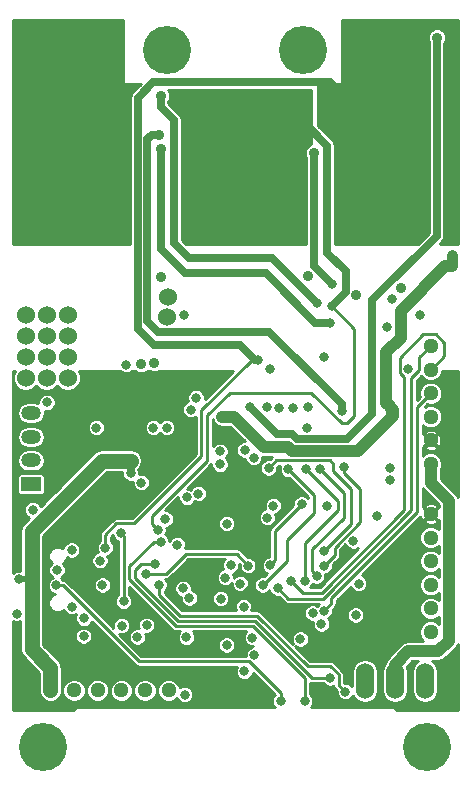
<source format=gbr>
%FSLAX46Y46*%
G04 Gerber Fmt 4.6, Leading zero omitted, Abs format (unit mm)*
G04 Created by KiCad (PCBNEW (2014-10-11 BZR 5175)-product) date mån 20 okt 2014 21:12:03*
%MOMM*%
G01*
G04 APERTURE LIST*
%ADD10C,0.150000*%
%ADD11R,1.699260X1.198880*%
%ADD12O,1.699260X1.198880*%
%ADD13O,1.524000X3.048000*%
%ADD14C,4.064000*%
%ADD15C,1.300480*%
%ADD16C,0.800000*%
%ADD17C,0.889000*%
%ADD18C,1.524000*%
%ADD19C,1.016000*%
%ADD20C,1.270000*%
%ADD21C,0.635000*%
%ADD22C,0.508000*%
%ADD23C,0.254000*%
%ADD24C,0.304800*%
%ADD25C,0.889000*%
G04 APERTURE END LIST*
D10*
D11*
X80450000Y-119728280D03*
D12*
X80450000Y-115725240D03*
X80450000Y-117726760D03*
X80450000Y-113726260D03*
D13*
X108712000Y-136398000D03*
X111252000Y-136398000D03*
X113792000Y-136398000D03*
D14*
X92000000Y-83000000D03*
X103500000Y-83000000D03*
D15*
X86099240Y-137200000D03*
X88100760Y-137200000D03*
X90099740Y-137200000D03*
X92101260Y-137200000D03*
X84100260Y-137200000D03*
X82098740Y-137200000D03*
X114300000Y-126253240D03*
X114300000Y-128254760D03*
X114300000Y-130253740D03*
X114300000Y-132255260D03*
X114300000Y-124254260D03*
X114300000Y-122252740D03*
X114300000Y-112029240D03*
X114300000Y-114030760D03*
X114300000Y-116029740D03*
X114300000Y-118031260D03*
X114300000Y-110030260D03*
X114300000Y-108028740D03*
D14*
X114000000Y-142000000D03*
X81500000Y-142000000D03*
D16*
X85979000Y-114935000D03*
X88900000Y-117729000D03*
X88900000Y-118800000D03*
X79400000Y-127800000D03*
X98512630Y-135586518D03*
X93650000Y-120850000D03*
X82650000Y-127000000D03*
X96450000Y-116950000D03*
X89800000Y-119600000D03*
X109782385Y-122455968D03*
X79248000Y-130683000D03*
X93408500Y-105410000D03*
X94430898Y-112400000D03*
X103886176Y-113159379D03*
X103800000Y-114950000D03*
X92833302Y-124850000D03*
X84928238Y-131104499D03*
X98450000Y-130100000D03*
X91823218Y-122684218D03*
X110871000Y-119380000D03*
X110871000Y-118364000D03*
X98552000Y-116840000D03*
X97028000Y-123063000D03*
X99314000Y-117475000D03*
X103251000Y-132842000D03*
X93321003Y-128553294D03*
X107750000Y-124550000D03*
D17*
X90908085Y-109436017D03*
D16*
X80600000Y-121900000D03*
X86300000Y-126200000D03*
X90255293Y-131671345D03*
X88138000Y-131699000D03*
X81800000Y-112800000D03*
D18*
X92070128Y-103845682D03*
X92000356Y-105549680D03*
D16*
X99187000Y-132731485D03*
X93472000Y-137541000D03*
X97028000Y-133350000D03*
X108204000Y-128143000D03*
X97350000Y-126600000D03*
X100965000Y-121539000D03*
X105537000Y-121539000D03*
X91948000Y-114935000D03*
X90805000Y-114935000D03*
X99374925Y-134191906D03*
X100457000Y-122555000D03*
X94615000Y-120523000D03*
X83900000Y-130100000D03*
X96901000Y-127635000D03*
X98171000Y-128143000D03*
X112141000Y-132080000D03*
X88200000Y-121900000D03*
X79300000Y-126650000D03*
X104350000Y-132600000D03*
X91200000Y-119400000D03*
X92850000Y-129600000D03*
X106350000Y-126600000D03*
X95631000Y-137160000D03*
X98552000Y-122301000D03*
X95850000Y-126400000D03*
X109100000Y-127450000D03*
X107200501Y-135762249D03*
X116078000Y-100330000D03*
X83900000Y-125300000D03*
X111125000Y-113411000D03*
X93980000Y-113411000D03*
D18*
X83566000Y-107188000D03*
X83566000Y-105410000D03*
X81788000Y-105410000D03*
X80010000Y-105410000D03*
X81788000Y-107188000D03*
X80010000Y-107188000D03*
X80010000Y-108966000D03*
X81788000Y-108966000D03*
X83566000Y-108966000D03*
X83566000Y-110744000D03*
X81788000Y-110744000D03*
X80010000Y-110744000D03*
D16*
X96647000Y-114046000D03*
X116100000Y-101300000D03*
X101600000Y-138085820D03*
X82600000Y-128300000D03*
X104304820Y-130645617D03*
D18*
X110744000Y-86868000D03*
X110744000Y-88646000D03*
X112522000Y-86868000D03*
X112522000Y-88646000D03*
X106934000Y-86868000D03*
X106934000Y-88646000D03*
X108966000Y-86868000D03*
X108966000Y-88646000D03*
X106934000Y-90424000D03*
X108966000Y-90424000D03*
X110744000Y-90424000D03*
X112522000Y-90424000D03*
D16*
X99695000Y-109220000D03*
X86741000Y-125095000D03*
D18*
X93980000Y-90678000D03*
X95758000Y-90678000D03*
X97790000Y-90678000D03*
X99822000Y-90678000D03*
X99822000Y-88900000D03*
X97790000Y-88900000D03*
X95758000Y-88900000D03*
X97790000Y-87122000D03*
X99822000Y-87122000D03*
X93980000Y-87122000D03*
D16*
X105918000Y-104648000D03*
D18*
X95758000Y-87122000D03*
X93980000Y-88900000D03*
D16*
X91200000Y-123600000D03*
X86500000Y-128267478D03*
D18*
X81026000Y-90932000D03*
X82804000Y-90932000D03*
X84582000Y-90932000D03*
X86360000Y-90932000D03*
X86360000Y-89154000D03*
X84582000Y-89154000D03*
X82804000Y-89154000D03*
X81026000Y-89154000D03*
X81026000Y-87122000D03*
X82804000Y-87122000D03*
X84582000Y-87122000D03*
X86360000Y-87122000D03*
D16*
X104648000Y-104394000D03*
D17*
X91440000Y-86868000D03*
D16*
X105283000Y-130429000D03*
X101346000Y-128524000D03*
X101473000Y-113284000D03*
D17*
X108003411Y-103725057D03*
X91440000Y-91313000D03*
D16*
X105791000Y-106045000D03*
X91300000Y-128250000D03*
X107061000Y-137287000D03*
X90932000Y-126492000D03*
X105792150Y-136142850D03*
D17*
X114808000Y-81915000D03*
D16*
X99012291Y-113211397D03*
X100441730Y-113235361D03*
X113411000Y-105410000D03*
X113411000Y-105410000D03*
X91440000Y-124587000D03*
X103632000Y-138085820D03*
D17*
X104394000Y-91694000D03*
D16*
X105918000Y-102743000D03*
X102616000Y-113284000D03*
D17*
X103917829Y-102086099D03*
X91313000Y-90170000D03*
D16*
X106807000Y-113538000D03*
X105283000Y-108966000D03*
D17*
X91452628Y-102191916D03*
D16*
X88519000Y-109601000D03*
X111055180Y-104070180D03*
D17*
X89792039Y-109562880D03*
X111760000Y-103124000D03*
D16*
X110617000Y-106426000D03*
X100711000Y-109982000D03*
X112395000Y-109982000D03*
X105283000Y-125349000D03*
X100584000Y-118364000D03*
X106934000Y-118237000D03*
X105283000Y-126619000D03*
X104929931Y-118437878D03*
X104648000Y-127508000D03*
X103759000Y-118466239D03*
X103632000Y-127889000D03*
X102229461Y-118465184D03*
X100076000Y-128270000D03*
X96450000Y-118050000D03*
X96520000Y-129413000D03*
X103378000Y-121412000D03*
X100700000Y-126600000D03*
X90200000Y-127300000D03*
X98850000Y-126650000D03*
X93859398Y-129369533D03*
X93605312Y-132700000D03*
X89453446Y-132677426D03*
X88100000Y-123900000D03*
X88292526Y-129652290D03*
X107950000Y-130810000D03*
X105029000Y-131572000D03*
X84900000Y-132600000D03*
X102489000Y-127889000D03*
D19*
X114300000Y-118031260D02*
X114300000Y-119634000D01*
X112395000Y-133858000D02*
X111252000Y-135001000D01*
X114935000Y-133858000D02*
X112395000Y-133858000D01*
X115824000Y-132969000D02*
X114935000Y-133858000D01*
X115824000Y-121158000D02*
X115824000Y-132969000D01*
X114300000Y-119634000D02*
X115824000Y-121158000D01*
X111252000Y-135001000D02*
X111252000Y-136398000D01*
D20*
X80518000Y-127800000D02*
X80518000Y-123698000D01*
X80518000Y-123698000D02*
X86487000Y-117729000D01*
X86487000Y-117729000D02*
X88900000Y-117729000D01*
X82098740Y-137200000D02*
X82103522Y-135303663D01*
D21*
X88900000Y-117729000D02*
X88900000Y-118800000D01*
D20*
X80518000Y-133718000D02*
X82103522Y-135303522D01*
X82103522Y-135303522D02*
X82103522Y-135303663D01*
X80518000Y-127800000D02*
X80518000Y-133718000D01*
D22*
X79400000Y-127800000D02*
X80518000Y-127800000D01*
D23*
X111524500Y-131463500D02*
X112141000Y-132080000D01*
X109138000Y-130638000D02*
X109138000Y-132035000D01*
X109138000Y-130638000D02*
X109100000Y-130600000D01*
X109963500Y-131463500D02*
X111524500Y-131463500D01*
D24*
X114297260Y-122252740D02*
X114300000Y-122252740D01*
X109100000Y-127450000D02*
X114297260Y-122252740D01*
X109138000Y-130638000D02*
X109963500Y-131463500D01*
X109100000Y-127450000D02*
X109100000Y-130600000D01*
X95319315Y-126365000D02*
X94303315Y-127381000D01*
X95850000Y-126400000D02*
X95319315Y-126365000D01*
X94303315Y-127381000D02*
X93091000Y-127381000D01*
X93091000Y-127381000D02*
X92329000Y-128143000D01*
X92329000Y-129079000D02*
X92850000Y-129600000D01*
X92329000Y-128143000D02*
X92329000Y-129079000D01*
X99580201Y-123329201D02*
X98552000Y-122301000D01*
X99580201Y-127000497D02*
X99580201Y-123329201D01*
X99345799Y-127234899D02*
X99580201Y-127000497D01*
X99345799Y-128048899D02*
X99345799Y-127234899D01*
X96971019Y-130423679D02*
X99345799Y-128048899D01*
X93673679Y-130423679D02*
X96971019Y-130423679D01*
X92850000Y-129600000D02*
X93673679Y-130423679D01*
D23*
X107200501Y-133972499D02*
X109138000Y-132035000D01*
X107200501Y-135762249D02*
X107200501Y-133972499D01*
D25*
X116100000Y-101300000D02*
X116100000Y-100352000D01*
X116100000Y-100352000D02*
X116078000Y-100330000D01*
D19*
X108145389Y-116898611D02*
X102554671Y-116898611D01*
X102554671Y-116898611D02*
X102242060Y-116586000D01*
X97663000Y-114046000D02*
X96647000Y-114046000D01*
X102242060Y-116586000D02*
X100203000Y-116586000D01*
X100203000Y-116586000D02*
X97663000Y-114046000D01*
X111125000Y-113919000D02*
X108145389Y-116898611D01*
X111125000Y-113411000D02*
X111125000Y-113919000D01*
X110744000Y-113030000D02*
X111125000Y-113411000D01*
X111048802Y-113538000D02*
X111125000Y-113919000D01*
X111048802Y-113538000D02*
X111048802Y-113411000D01*
X111048802Y-113411000D02*
X110744000Y-113030000D01*
X110744000Y-113030000D02*
X110547199Y-112833199D01*
X111760000Y-107315000D02*
X111760000Y-105074315D01*
X115534315Y-101300000D02*
X116100000Y-101300000D01*
X110547199Y-108527801D02*
X111760000Y-107315000D01*
X110547199Y-112833199D02*
X110547199Y-108527801D01*
X111760000Y-105074315D02*
X115534315Y-101300000D01*
D23*
X98906061Y-134729582D02*
X101600000Y-137423521D01*
X89617476Y-134729582D02*
X98906061Y-134729582D01*
X82600000Y-128300000D02*
X83187894Y-128300000D01*
X83187894Y-128300000D02*
X89617476Y-134729582D01*
X101600000Y-137423521D02*
X101600000Y-138085820D01*
D21*
X90790000Y-85710000D02*
X105776000Y-85710000D01*
X105776000Y-85710000D02*
X106934000Y-86868000D01*
D23*
X86741000Y-125095000D02*
X86741000Y-124005000D01*
X86741000Y-124005000D02*
X87683909Y-123062091D01*
X94869000Y-113480315D02*
X94869000Y-117372340D01*
X99695000Y-109220000D02*
X99129315Y-109220000D01*
X99129315Y-109220000D02*
X94869000Y-113480315D01*
X89179249Y-123062091D02*
X87683909Y-123062091D01*
X94869000Y-117372340D02*
X89179249Y-123062091D01*
D21*
X99441000Y-109220000D02*
X99695000Y-109220000D01*
X90864259Y-107950000D02*
X98171000Y-107950000D01*
X90790000Y-85710000D02*
X89500000Y-87000000D01*
X98171000Y-107950000D02*
X99441000Y-109220000D01*
X89500000Y-106585741D02*
X90864259Y-107950000D01*
X89500000Y-87000000D02*
X89500000Y-106585741D01*
D23*
X91200000Y-123600000D02*
X91200000Y-123585000D01*
X90678000Y-123063000D02*
X90678000Y-122428000D01*
X91200000Y-123585000D02*
X90678000Y-123063000D01*
X95377000Y-113903351D02*
X95377000Y-117729000D01*
X105918000Y-104648000D02*
X107823000Y-106553000D01*
X95377000Y-117729000D02*
X90678000Y-122428000D01*
X107823000Y-106553000D02*
X107823000Y-113919000D01*
X107823000Y-113919000D02*
X107188000Y-114554000D01*
X107188000Y-114554000D02*
X106754000Y-114554000D01*
X106754000Y-114554000D02*
X104200000Y-112000000D01*
X104200000Y-112000000D02*
X97280351Y-112000000D01*
X97280351Y-112000000D02*
X95377000Y-113903351D01*
D21*
X107100000Y-103466000D02*
X105918000Y-104648000D01*
X107100000Y-101700000D02*
X107100000Y-103466000D01*
X105537000Y-100137000D02*
X107100000Y-101700000D01*
X105537000Y-91059000D02*
X105537000Y-100137000D01*
X103378000Y-88900000D02*
X105537000Y-91059000D01*
X99822000Y-88900000D02*
X103378000Y-88900000D01*
X91440000Y-86868000D02*
X91440000Y-87757000D01*
X91440000Y-87757000D02*
X92583000Y-88900000D01*
X104648000Y-104394000D02*
X100838000Y-100584000D01*
X92583000Y-99314000D02*
X92583000Y-88900000D01*
X93853000Y-100584000D02*
X92583000Y-99314000D01*
X100838000Y-100584000D02*
X93853000Y-100584000D01*
D23*
X105887385Y-129382385D02*
X105887385Y-129824615D01*
X105887385Y-129824615D02*
X105283000Y-130429000D01*
X113157000Y-113172240D02*
X114300000Y-112029240D01*
X113157000Y-113172240D02*
X113157000Y-122112770D01*
X105887385Y-129382385D02*
X113157000Y-122112770D01*
X101346000Y-128524000D02*
X102236842Y-129414842D01*
X112649000Y-110771106D02*
X113344959Y-110075147D01*
X102236842Y-129414842D02*
X105174487Y-129414842D01*
X113344959Y-108983781D02*
X114300000Y-108028740D01*
X112649000Y-121940329D02*
X112649000Y-110771106D01*
X113344959Y-110075147D02*
X113344959Y-108983781D01*
X105174487Y-129414842D02*
X112649000Y-121940329D01*
D21*
X91440000Y-99822000D02*
X91440000Y-91313000D01*
X93472000Y-101854000D02*
X91440000Y-99822000D01*
X104521000Y-106045000D02*
X100330000Y-101854000D01*
X100330000Y-101854000D02*
X93472000Y-101854000D01*
X105791000Y-106045000D02*
X104521000Y-106045000D01*
D23*
X91300000Y-128250000D02*
X91300000Y-129099990D01*
X91300000Y-129099990D02*
X93080898Y-130880888D01*
X93080898Y-130880888D02*
X99614559Y-130880888D01*
X105793921Y-135130921D02*
X106496951Y-135833951D01*
X99614559Y-130880888D02*
X103864592Y-135130921D01*
X106496951Y-136722951D02*
X107061000Y-137287000D01*
X103864592Y-135130921D02*
X105793921Y-135130921D01*
X106496951Y-135833951D02*
X106496951Y-136722951D01*
X104265850Y-136142850D02*
X105792150Y-136142850D01*
X90932000Y-126492000D02*
X89789000Y-126492000D01*
X92902038Y-131312698D02*
X99435698Y-131312698D01*
X89281000Y-127000000D02*
X89281000Y-127691660D01*
X89281000Y-127691660D02*
X92902038Y-131312698D01*
X89789000Y-126492000D02*
X89281000Y-127000000D01*
X99435698Y-131312698D02*
X104265850Y-136142850D01*
D21*
X114808000Y-81915000D02*
X114808000Y-98700359D01*
X102554699Y-115479745D02*
X101280639Y-115479745D01*
X109347000Y-113792000D02*
X107243699Y-115895301D01*
X114808000Y-98700359D02*
X109347000Y-104161359D01*
X107243699Y-115895301D02*
X102970255Y-115895301D01*
X109347000Y-104161359D02*
X109347000Y-113792000D01*
X102970255Y-115895301D02*
X102554699Y-115479745D01*
X101280639Y-115479745D02*
X99012291Y-113211397D01*
D23*
X99243121Y-131744500D02*
X103632000Y-136133379D01*
X88773000Y-126688315D02*
X88773000Y-127794320D01*
X91440000Y-124587000D02*
X90874315Y-124587000D01*
X90874315Y-124587000D02*
X88773000Y-126688315D01*
X92723180Y-131744500D02*
X99243121Y-131744500D01*
X88773000Y-127794320D02*
X92723180Y-131744500D01*
X103632000Y-136133379D02*
X103632000Y-138085820D01*
D21*
X104394000Y-101219000D02*
X105918000Y-102743000D01*
X104394000Y-91694000D02*
X104394000Y-101219000D01*
X90312810Y-90541573D02*
X90312810Y-105933839D01*
X90684383Y-90170000D02*
X90312810Y-90541573D01*
X91185971Y-106807000D02*
X100641685Y-106807000D01*
X100641685Y-106807000D02*
X106807000Y-112972315D01*
X91313000Y-90170000D02*
X90684383Y-90170000D01*
X90312810Y-105933839D02*
X91185971Y-106807000D01*
X106807000Y-112972315D02*
X106807000Y-113538000D01*
D23*
X105283000Y-125349000D02*
X107569000Y-123063000D01*
X107569000Y-123063000D02*
X107569000Y-120142000D01*
X107569000Y-120142000D02*
X106045000Y-118618000D01*
X106045000Y-118618000D02*
X106045000Y-117983000D01*
X106045000Y-117983000D02*
X105773421Y-117711421D01*
X105773421Y-117711421D02*
X101236579Y-117711421D01*
X101236579Y-117711421D02*
X100584000Y-118364000D01*
X106172000Y-125730000D02*
X105283000Y-126619000D01*
X106934000Y-118237000D02*
X106934000Y-118745000D01*
X108331000Y-120142000D02*
X108331000Y-122936000D01*
X106934000Y-118745000D02*
X108331000Y-120142000D01*
X106172000Y-125095000D02*
X108331000Y-122936000D01*
X106172000Y-125095000D02*
X106172000Y-125730000D01*
X106934000Y-122555000D02*
X106934000Y-120441947D01*
X104248001Y-127108001D02*
X104248001Y-125240999D01*
X106934000Y-120441947D02*
X104929931Y-118437878D01*
X104248001Y-125240999D02*
X106934000Y-122555000D01*
X104648000Y-127508000D02*
X104248001Y-127108001D01*
X106426000Y-121920000D02*
X106426000Y-121133239D01*
X103632000Y-127889000D02*
X103632000Y-124714000D01*
X106426000Y-121133239D02*
X103759000Y-118466239D01*
X103632000Y-124714000D02*
X106426000Y-121920000D01*
X104394000Y-122174000D02*
X104394000Y-120629723D01*
X100076000Y-128270000D02*
X102108000Y-126238000D01*
X102108000Y-126238000D02*
X102108000Y-124460000D01*
X104394000Y-120629723D02*
X102229461Y-118465184D01*
X102108000Y-124460000D02*
X104394000Y-122174000D01*
X103378000Y-121412000D02*
X101092000Y-123698000D01*
X101092000Y-123698000D02*
X101092000Y-126111000D01*
X101092000Y-126111000D02*
X100700000Y-126600000D01*
X92200000Y-127000000D02*
X92200000Y-127002000D01*
X90200000Y-127300000D02*
X91900000Y-127300000D01*
X93599000Y-125603000D02*
X92200000Y-127002000D01*
X91900000Y-127300000D02*
X92200000Y-127000000D01*
X97917000Y-125603000D02*
X93599000Y-125603000D01*
X98850000Y-126650000D02*
X97917000Y-125603000D01*
X88292526Y-124092526D02*
X88100000Y-123900000D01*
X88292526Y-129652290D02*
X88292526Y-124092526D01*
X105073659Y-128905000D02*
X112056695Y-121921964D01*
X111690199Y-109035801D02*
X113673643Y-107052357D01*
X102489000Y-127889000D02*
X103505000Y-128905000D01*
X103505000Y-128905000D02*
X105073659Y-128905000D01*
X112056695Y-121921964D02*
X112056695Y-110686801D01*
X112056695Y-110686801D02*
X111690199Y-110320305D01*
X113673643Y-107052357D02*
X114709239Y-107052357D01*
X111690199Y-110320305D02*
X111690199Y-109035801D01*
X114709239Y-107052357D02*
X115443000Y-107786118D01*
X115443000Y-108887260D02*
X114300000Y-110030260D01*
X115443000Y-107786118D02*
X115443000Y-108887260D01*
G36*
X101091538Y-137561637D02*
X100981328Y-137671655D01*
X100869927Y-137939937D01*
X100869674Y-138230428D01*
X100980606Y-138498904D01*
X101076334Y-138594800D01*
X94202326Y-138594800D01*
X94202326Y-137396392D01*
X94091394Y-137127916D01*
X93886165Y-136922328D01*
X93617883Y-136810927D01*
X93327392Y-136810674D01*
X93058916Y-136921606D01*
X93050527Y-136929979D01*
X92932921Y-136645351D01*
X92657360Y-136369308D01*
X92297137Y-136219731D01*
X91907094Y-136219390D01*
X91546611Y-136368339D01*
X91270568Y-136643900D01*
X91120991Y-137004123D01*
X91120650Y-137394166D01*
X91269599Y-137754649D01*
X91545160Y-138030692D01*
X91905383Y-138180269D01*
X92295426Y-138180610D01*
X92655909Y-138031661D01*
X92817860Y-137869992D01*
X92852606Y-137954084D01*
X93057835Y-138159672D01*
X93326117Y-138271073D01*
X93616608Y-138271326D01*
X93885084Y-138160394D01*
X94090672Y-137955165D01*
X94202073Y-137686883D01*
X94202326Y-137396392D01*
X94202326Y-138594800D01*
X91080350Y-138594800D01*
X91080350Y-137005834D01*
X90931401Y-136645351D01*
X90655840Y-136369308D01*
X90295617Y-136219731D01*
X89905574Y-136219390D01*
X89545091Y-136368339D01*
X89269048Y-136643900D01*
X89119471Y-137004123D01*
X89119130Y-137394166D01*
X89268079Y-137754649D01*
X89543640Y-138030692D01*
X89903863Y-138180269D01*
X90293906Y-138180610D01*
X90654389Y-138031661D01*
X90930432Y-137756100D01*
X91080009Y-137395877D01*
X91080350Y-137005834D01*
X91080350Y-138594800D01*
X89081370Y-138594800D01*
X89081370Y-137005834D01*
X88932421Y-136645351D01*
X88656860Y-136369308D01*
X88296637Y-136219731D01*
X87906594Y-136219390D01*
X87546111Y-136368339D01*
X87270068Y-136643900D01*
X87120491Y-137004123D01*
X87120150Y-137394166D01*
X87269099Y-137754649D01*
X87544660Y-138030692D01*
X87904883Y-138180269D01*
X88294926Y-138180610D01*
X88655409Y-138031661D01*
X88931452Y-137756100D01*
X89081029Y-137395877D01*
X89081370Y-137005834D01*
X89081370Y-138594800D01*
X87079850Y-138594800D01*
X87079850Y-137005834D01*
X86930901Y-136645351D01*
X86655340Y-136369308D01*
X86295117Y-136219731D01*
X85905074Y-136219390D01*
X85630326Y-136332913D01*
X85630326Y-132455392D01*
X85519394Y-132186916D01*
X85314165Y-131981328D01*
X85045883Y-131869927D01*
X84755392Y-131869674D01*
X84486916Y-131980606D01*
X84281328Y-132185835D01*
X84169927Y-132454117D01*
X84169674Y-132744608D01*
X84280606Y-133013084D01*
X84485835Y-133218672D01*
X84754117Y-133330073D01*
X85044608Y-133330326D01*
X85313084Y-133219394D01*
X85518672Y-133014165D01*
X85630073Y-132745883D01*
X85630326Y-132455392D01*
X85630326Y-136332913D01*
X85544591Y-136368339D01*
X85268548Y-136643900D01*
X85118971Y-137004123D01*
X85118630Y-137394166D01*
X85267579Y-137754649D01*
X85543140Y-138030692D01*
X85903363Y-138180269D01*
X86293406Y-138180610D01*
X86653889Y-138031661D01*
X86929932Y-137756100D01*
X87079509Y-137395877D01*
X87079850Y-137005834D01*
X87079850Y-138594800D01*
X85080870Y-138594800D01*
X85080870Y-137005834D01*
X84931921Y-136645351D01*
X84656360Y-136369308D01*
X84296137Y-136219731D01*
X83906094Y-136219390D01*
X83545611Y-136368339D01*
X83269568Y-136643900D01*
X83119991Y-137004123D01*
X83119650Y-137394166D01*
X83268599Y-137754649D01*
X83544160Y-138030692D01*
X83904383Y-138180269D01*
X84294426Y-138180610D01*
X84654909Y-138031661D01*
X84930952Y-137756100D01*
X85080529Y-137395877D01*
X85080870Y-137005834D01*
X85080870Y-138594800D01*
X84500000Y-138594800D01*
X84344937Y-138625644D01*
X84213480Y-138713480D01*
X84125644Y-138844937D01*
X84120061Y-138873000D01*
X78905200Y-138873000D01*
X78905200Y-131331305D01*
X79102117Y-131413073D01*
X79392608Y-131413326D01*
X79552800Y-131347136D01*
X79552800Y-133718000D01*
X79626271Y-134087366D01*
X79835501Y-134400499D01*
X81137313Y-135702312D01*
X81134125Y-136966421D01*
X81118471Y-137004123D01*
X81118130Y-137394166D01*
X81267079Y-137754649D01*
X81542640Y-138030692D01*
X81902863Y-138180269D01*
X82292906Y-138180610D01*
X82653389Y-138031661D01*
X82929432Y-137756100D01*
X83079009Y-137395877D01*
X83079350Y-137005834D01*
X83064523Y-136969950D01*
X83068719Y-135306097D01*
X83068480Y-135304879D01*
X83068722Y-135303663D01*
X83068722Y-135303522D01*
X83030135Y-135109534D01*
X82996180Y-134936547D01*
X82995532Y-134935573D01*
X82995251Y-134934156D01*
X82874155Y-134752924D01*
X82874049Y-134752765D01*
X82787740Y-134622887D01*
X82786882Y-134622310D01*
X82786022Y-134621023D01*
X81483200Y-133318201D01*
X81483200Y-127800000D01*
X81483200Y-124097798D01*
X86886798Y-118694200D01*
X88169892Y-118694200D01*
X88169674Y-118944608D01*
X88280606Y-119213084D01*
X88485835Y-119418672D01*
X88754117Y-119530073D01*
X89044608Y-119530326D01*
X89069869Y-119519888D01*
X89069674Y-119744608D01*
X89180606Y-120013084D01*
X89385835Y-120218672D01*
X89654117Y-120330073D01*
X89944608Y-120330326D01*
X90213084Y-120219394D01*
X90418672Y-120014165D01*
X90530073Y-119745883D01*
X90530326Y-119455392D01*
X90419394Y-119186916D01*
X90214165Y-118981328D01*
X89945883Y-118869927D01*
X89655392Y-118869674D01*
X89630130Y-118880111D01*
X89630326Y-118655392D01*
X89547700Y-118455421D01*
X89547700Y-118434751D01*
X89582499Y-118411499D01*
X89791729Y-118098366D01*
X89865200Y-117729000D01*
X89791729Y-117359634D01*
X89582499Y-117046501D01*
X89269366Y-116837271D01*
X88900000Y-116763800D01*
X86709326Y-116763800D01*
X86709326Y-114790392D01*
X86598394Y-114521916D01*
X86393165Y-114316328D01*
X86124883Y-114204927D01*
X85834392Y-114204674D01*
X85565916Y-114315606D01*
X85360328Y-114520835D01*
X85248927Y-114789117D01*
X85248674Y-115079608D01*
X85359606Y-115348084D01*
X85564835Y-115553672D01*
X85833117Y-115665073D01*
X86123608Y-115665326D01*
X86392084Y-115554394D01*
X86597672Y-115349165D01*
X86709073Y-115080883D01*
X86709326Y-114790392D01*
X86709326Y-116763800D01*
X86487000Y-116763800D01*
X86117634Y-116837271D01*
X85804501Y-117046500D01*
X82530326Y-120320675D01*
X82530326Y-112655392D01*
X82419394Y-112386916D01*
X82214165Y-112181328D01*
X81945883Y-112069927D01*
X81655392Y-112069674D01*
X81386916Y-112180606D01*
X81181328Y-112385835D01*
X81069927Y-112654117D01*
X81069742Y-112865531D01*
X80723304Y-112796620D01*
X80176696Y-112796620D01*
X79820938Y-112867385D01*
X79519341Y-113068905D01*
X79317821Y-113370502D01*
X79247056Y-113726260D01*
X79317821Y-114082018D01*
X79519341Y-114383615D01*
X79820938Y-114585135D01*
X80176696Y-114655900D01*
X80723304Y-114655900D01*
X81079062Y-114585135D01*
X81380659Y-114383615D01*
X81582179Y-114082018D01*
X81652944Y-113726260D01*
X81610300Y-113511878D01*
X81654117Y-113530073D01*
X81944608Y-113530326D01*
X82213084Y-113419394D01*
X82418672Y-113214165D01*
X82530073Y-112945883D01*
X82530326Y-112655392D01*
X82530326Y-120320675D01*
X81652944Y-121198057D01*
X81652944Y-117726760D01*
X81652944Y-115725240D01*
X81582179Y-115369482D01*
X81380659Y-115067885D01*
X81079062Y-114866365D01*
X80723304Y-114795600D01*
X80176696Y-114795600D01*
X79820938Y-114866365D01*
X79519341Y-115067885D01*
X79317821Y-115369482D01*
X79247056Y-115725240D01*
X79317821Y-116080998D01*
X79519341Y-116382595D01*
X79820938Y-116584115D01*
X80176696Y-116654880D01*
X80723304Y-116654880D01*
X81079062Y-116584115D01*
X81380659Y-116382595D01*
X81582179Y-116080998D01*
X81652944Y-115725240D01*
X81652944Y-117726760D01*
X81582179Y-117371002D01*
X81380659Y-117069405D01*
X81079062Y-116867885D01*
X80723304Y-116797120D01*
X80176696Y-116797120D01*
X79820938Y-116867885D01*
X79519341Y-117069405D01*
X79317821Y-117371002D01*
X79247056Y-117726760D01*
X79317821Y-118082518D01*
X79519341Y-118384115D01*
X79820938Y-118585635D01*
X80176696Y-118656400D01*
X80723304Y-118656400D01*
X81079062Y-118585635D01*
X81380659Y-118384115D01*
X81582179Y-118082518D01*
X81652944Y-117726760D01*
X81652944Y-121198057D01*
X81629830Y-121221171D01*
X81629830Y-120393401D01*
X81629830Y-120262039D01*
X81629830Y-119063159D01*
X81579560Y-118941797D01*
X81486673Y-118848910D01*
X81365311Y-118798640D01*
X81233949Y-118798640D01*
X79534689Y-118798640D01*
X79413327Y-118848910D01*
X79320440Y-118941797D01*
X79270170Y-119063159D01*
X79270170Y-119194521D01*
X79270170Y-120393401D01*
X79320440Y-120514763D01*
X79413327Y-120607650D01*
X79534689Y-120657920D01*
X79666051Y-120657920D01*
X81365311Y-120657920D01*
X81486673Y-120607650D01*
X81579560Y-120514763D01*
X81629830Y-120393401D01*
X81629830Y-121221171D01*
X81261699Y-121589302D01*
X81219394Y-121486916D01*
X81014165Y-121281328D01*
X80745883Y-121169927D01*
X80455392Y-121169674D01*
X80186916Y-121280606D01*
X79981328Y-121485835D01*
X79869927Y-121754117D01*
X79869674Y-122044608D01*
X79980606Y-122313084D01*
X80185835Y-122518672D01*
X80289347Y-122561654D01*
X79835501Y-123015501D01*
X79626271Y-123328634D01*
X79552800Y-123698000D01*
X79552800Y-127072799D01*
X79545883Y-127069927D01*
X79255392Y-127069674D01*
X78986916Y-127180606D01*
X78905200Y-127262179D01*
X78905200Y-110127000D01*
X79083584Y-110127000D01*
X78917990Y-110525795D01*
X78917611Y-110960299D01*
X79083538Y-111361873D01*
X79390511Y-111669382D01*
X79791795Y-111836010D01*
X80226299Y-111836389D01*
X80627873Y-111670462D01*
X80899203Y-111399604D01*
X81168511Y-111669382D01*
X81569795Y-111836010D01*
X82004299Y-111836389D01*
X82405873Y-111670462D01*
X82677203Y-111399604D01*
X82946511Y-111669382D01*
X83347795Y-111836010D01*
X83782299Y-111836389D01*
X84183873Y-111670462D01*
X84491382Y-111363489D01*
X84658010Y-110962205D01*
X84658389Y-110527701D01*
X84492822Y-110127000D01*
X88012324Y-110127000D01*
X88104835Y-110219672D01*
X88373117Y-110331073D01*
X88663608Y-110331326D01*
X88932084Y-110220394D01*
X89025641Y-110127000D01*
X89260539Y-110127000D01*
X89352634Y-110219256D01*
X89637266Y-110337445D01*
X89945460Y-110337714D01*
X90230298Y-110220021D01*
X90323481Y-110127000D01*
X90552023Y-110127000D01*
X90753312Y-110210582D01*
X91061506Y-110210851D01*
X91264440Y-110127000D01*
X97575736Y-110127000D01*
X95160974Y-112541762D01*
X95161224Y-112255392D01*
X95050292Y-111986916D01*
X94845063Y-111781328D01*
X94576781Y-111669927D01*
X94286290Y-111669674D01*
X94017814Y-111780606D01*
X93812226Y-111985835D01*
X93700825Y-112254117D01*
X93700572Y-112544608D01*
X93768255Y-112708414D01*
X93566916Y-112791606D01*
X93361328Y-112996835D01*
X93249927Y-113265117D01*
X93249674Y-113555608D01*
X93360606Y-113824084D01*
X93565835Y-114029672D01*
X93834117Y-114141073D01*
X94124608Y-114141326D01*
X94393084Y-114030394D01*
X94411800Y-114011710D01*
X94411800Y-117182962D01*
X92678326Y-118916436D01*
X92678326Y-114790392D01*
X92567394Y-114521916D01*
X92362165Y-114316328D01*
X92093883Y-114204927D01*
X91803392Y-114204674D01*
X91534916Y-114315606D01*
X91376403Y-114473841D01*
X91219165Y-114316328D01*
X90950883Y-114204927D01*
X90660392Y-114204674D01*
X90391916Y-114315606D01*
X90186328Y-114520835D01*
X90074927Y-114789117D01*
X90074674Y-115079608D01*
X90185606Y-115348084D01*
X90390835Y-115553672D01*
X90659117Y-115665073D01*
X90949608Y-115665326D01*
X91218084Y-115554394D01*
X91376596Y-115396158D01*
X91533835Y-115553672D01*
X91802117Y-115665073D01*
X92092608Y-115665326D01*
X92361084Y-115554394D01*
X92566672Y-115349165D01*
X92678073Y-115080883D01*
X92678326Y-114790392D01*
X92678326Y-118916436D01*
X88989871Y-122604891D01*
X87683909Y-122604891D01*
X87508946Y-122639693D01*
X87360620Y-122738802D01*
X86417711Y-123681711D01*
X86318602Y-123830037D01*
X86283800Y-124005000D01*
X86283800Y-124519644D01*
X86122328Y-124680835D01*
X86010927Y-124949117D01*
X86010674Y-125239608D01*
X86112976Y-125487199D01*
X85886916Y-125580606D01*
X85681328Y-125785835D01*
X85569927Y-126054117D01*
X85569674Y-126344608D01*
X85680606Y-126613084D01*
X85885835Y-126818672D01*
X86154117Y-126930073D01*
X86444608Y-126930326D01*
X86713084Y-126819394D01*
X86918672Y-126614165D01*
X87030073Y-126345883D01*
X87030326Y-126055392D01*
X86928023Y-125807800D01*
X87154084Y-125714394D01*
X87359672Y-125509165D01*
X87471073Y-125240883D01*
X87471326Y-124950392D01*
X87360394Y-124681916D01*
X87198200Y-124519438D01*
X87198200Y-124194378D01*
X87369692Y-124022885D01*
X87369674Y-124044608D01*
X87480606Y-124313084D01*
X87685835Y-124518672D01*
X87835326Y-124580746D01*
X87835326Y-129076934D01*
X87673854Y-129238125D01*
X87562453Y-129506407D01*
X87562200Y-129796898D01*
X87673132Y-130065374D01*
X87878361Y-130270962D01*
X88146643Y-130382363D01*
X88437134Y-130382616D01*
X88705610Y-130271684D01*
X88911198Y-130066455D01*
X89022599Y-129798173D01*
X89022852Y-129507682D01*
X88911920Y-129239206D01*
X88749726Y-129076728D01*
X88749726Y-128417624D01*
X92399891Y-132067789D01*
X92548217Y-132166898D01*
X92723180Y-132201700D01*
X93070922Y-132201700D01*
X92986640Y-132285835D01*
X92875239Y-132554117D01*
X92874986Y-132844608D01*
X92985918Y-133113084D01*
X93191147Y-133318672D01*
X93459429Y-133430073D01*
X93749920Y-133430326D01*
X94018396Y-133319394D01*
X94223984Y-133114165D01*
X94335385Y-132845883D01*
X94335638Y-132555392D01*
X94224706Y-132286916D01*
X94139638Y-132201700D01*
X98684150Y-132201700D01*
X98568328Y-132317320D01*
X98456927Y-132585602D01*
X98456674Y-132876093D01*
X98567606Y-133144569D01*
X98772835Y-133350157D01*
X99041117Y-133461558D01*
X99229972Y-133461722D01*
X98961841Y-133572512D01*
X98756253Y-133777741D01*
X98644852Y-134046023D01*
X98644654Y-134272382D01*
X97758326Y-134272382D01*
X97758326Y-133205392D01*
X97647394Y-132936916D01*
X97442165Y-132731328D01*
X97173883Y-132619927D01*
X96883392Y-132619674D01*
X96614916Y-132730606D01*
X96409328Y-132935835D01*
X96297927Y-133204117D01*
X96297674Y-133494608D01*
X96408606Y-133763084D01*
X96613835Y-133968672D01*
X96882117Y-134080073D01*
X97172608Y-134080326D01*
X97441084Y-133969394D01*
X97646672Y-133764165D01*
X97758073Y-133495883D01*
X97758326Y-133205392D01*
X97758326Y-134272382D01*
X90985619Y-134272382D01*
X90985619Y-131526737D01*
X90874687Y-131258261D01*
X90669458Y-131052673D01*
X90401176Y-130941272D01*
X90110685Y-130941019D01*
X89842209Y-131051951D01*
X89636621Y-131257180D01*
X89525220Y-131525462D01*
X89524967Y-131815953D01*
X89579253Y-131947335D01*
X89308838Y-131947100D01*
X89040362Y-132058032D01*
X88834774Y-132263261D01*
X88723373Y-132531543D01*
X88723120Y-132822034D01*
X88834052Y-133090510D01*
X89039281Y-133296098D01*
X89307563Y-133407499D01*
X89598054Y-133407752D01*
X89866530Y-133296820D01*
X90072118Y-133091591D01*
X90183519Y-132823309D01*
X90183772Y-132532818D01*
X90129485Y-132401435D01*
X90399901Y-132401671D01*
X90668377Y-132290739D01*
X90873965Y-132085510D01*
X90985366Y-131817228D01*
X90985619Y-131526737D01*
X90985619Y-134272382D01*
X89806854Y-134272382D01*
X87943256Y-132408784D01*
X87992117Y-132429073D01*
X88282608Y-132429326D01*
X88551084Y-132318394D01*
X88756672Y-132113165D01*
X88868073Y-131844883D01*
X88868326Y-131554392D01*
X88757394Y-131285916D01*
X88552165Y-131080328D01*
X88283883Y-130968927D01*
X87993392Y-130968674D01*
X87724916Y-131079606D01*
X87519328Y-131284835D01*
X87407927Y-131553117D01*
X87407674Y-131843608D01*
X87428512Y-131894040D01*
X87230326Y-131695854D01*
X87230326Y-128122870D01*
X87119394Y-127854394D01*
X86914165Y-127648806D01*
X86645883Y-127537405D01*
X86355392Y-127537152D01*
X86086916Y-127648084D01*
X85881328Y-127853313D01*
X85769927Y-128121595D01*
X85769674Y-128412086D01*
X85880606Y-128680562D01*
X86085835Y-128886150D01*
X86354117Y-128997551D01*
X86644608Y-128997804D01*
X86913084Y-128886872D01*
X87118672Y-128681643D01*
X87230073Y-128413361D01*
X87230326Y-128122870D01*
X87230326Y-131695854D01*
X83511183Y-127976711D01*
X83362857Y-127877602D01*
X83187894Y-127842800D01*
X83175355Y-127842800D01*
X83014165Y-127681328D01*
X82963803Y-127660415D01*
X83063084Y-127619394D01*
X83268672Y-127414165D01*
X83380073Y-127145883D01*
X83380326Y-126855392D01*
X83269394Y-126586916D01*
X83142939Y-126460240D01*
X83361036Y-126242525D01*
X83480064Y-125955872D01*
X83480101Y-125912928D01*
X83485835Y-125918672D01*
X83754117Y-126030073D01*
X84044608Y-126030326D01*
X84313084Y-125919394D01*
X84518672Y-125714165D01*
X84630073Y-125445883D01*
X84630326Y-125155392D01*
X84519394Y-124886916D01*
X84314165Y-124681328D01*
X84045883Y-124569927D01*
X83755392Y-124569674D01*
X83486916Y-124680606D01*
X83281328Y-124885835D01*
X83169927Y-125154117D01*
X83169916Y-125166403D01*
X83142525Y-125138964D01*
X82855872Y-125019936D01*
X82545489Y-125019665D01*
X82258630Y-125138193D01*
X82038964Y-125357475D01*
X81919936Y-125644128D01*
X81919665Y-125954511D01*
X82038193Y-126241370D01*
X82206998Y-126410471D01*
X82031328Y-126585835D01*
X81919927Y-126854117D01*
X81919674Y-127144608D01*
X82030606Y-127413084D01*
X82235835Y-127618672D01*
X82286196Y-127639584D01*
X82186916Y-127680606D01*
X81981328Y-127885835D01*
X81869927Y-128154117D01*
X81869674Y-128444608D01*
X81980606Y-128713084D01*
X82185835Y-128918672D01*
X82454117Y-129030073D01*
X82520160Y-129030130D01*
X82258630Y-129138193D01*
X82038964Y-129357475D01*
X81919936Y-129644128D01*
X81919665Y-129954511D01*
X82038193Y-130241370D01*
X82257475Y-130461036D01*
X82544128Y-130580064D01*
X82854511Y-130580335D01*
X83141370Y-130461807D01*
X83224946Y-130378376D01*
X83280606Y-130513084D01*
X83485835Y-130718672D01*
X83754117Y-130830073D01*
X84044608Y-130830326D01*
X84294271Y-130727167D01*
X84198165Y-130958616D01*
X84197912Y-131249107D01*
X84308844Y-131517583D01*
X84514073Y-131723171D01*
X84782355Y-131834572D01*
X85072846Y-131834825D01*
X85341322Y-131723893D01*
X85546910Y-131518664D01*
X85609425Y-131368109D01*
X89294187Y-135052871D01*
X89442513Y-135151980D01*
X89617476Y-135186782D01*
X97887966Y-135186782D01*
X97782557Y-135440635D01*
X97782304Y-135731126D01*
X97893236Y-135999602D01*
X98098465Y-136205190D01*
X98366747Y-136316591D01*
X98657238Y-136316844D01*
X98925714Y-136205912D01*
X99131302Y-136000683D01*
X99242703Y-135732401D01*
X99242720Y-135712819D01*
X101091538Y-137561637D01*
X101091538Y-137561637D01*
G37*
X101091538Y-137561637D02*
X100981328Y-137671655D01*
X100869927Y-137939937D01*
X100869674Y-138230428D01*
X100980606Y-138498904D01*
X101076334Y-138594800D01*
X94202326Y-138594800D01*
X94202326Y-137396392D01*
X94091394Y-137127916D01*
X93886165Y-136922328D01*
X93617883Y-136810927D01*
X93327392Y-136810674D01*
X93058916Y-136921606D01*
X93050527Y-136929979D01*
X92932921Y-136645351D01*
X92657360Y-136369308D01*
X92297137Y-136219731D01*
X91907094Y-136219390D01*
X91546611Y-136368339D01*
X91270568Y-136643900D01*
X91120991Y-137004123D01*
X91120650Y-137394166D01*
X91269599Y-137754649D01*
X91545160Y-138030692D01*
X91905383Y-138180269D01*
X92295426Y-138180610D01*
X92655909Y-138031661D01*
X92817860Y-137869992D01*
X92852606Y-137954084D01*
X93057835Y-138159672D01*
X93326117Y-138271073D01*
X93616608Y-138271326D01*
X93885084Y-138160394D01*
X94090672Y-137955165D01*
X94202073Y-137686883D01*
X94202326Y-137396392D01*
X94202326Y-138594800D01*
X91080350Y-138594800D01*
X91080350Y-137005834D01*
X90931401Y-136645351D01*
X90655840Y-136369308D01*
X90295617Y-136219731D01*
X89905574Y-136219390D01*
X89545091Y-136368339D01*
X89269048Y-136643900D01*
X89119471Y-137004123D01*
X89119130Y-137394166D01*
X89268079Y-137754649D01*
X89543640Y-138030692D01*
X89903863Y-138180269D01*
X90293906Y-138180610D01*
X90654389Y-138031661D01*
X90930432Y-137756100D01*
X91080009Y-137395877D01*
X91080350Y-137005834D01*
X91080350Y-138594800D01*
X89081370Y-138594800D01*
X89081370Y-137005834D01*
X88932421Y-136645351D01*
X88656860Y-136369308D01*
X88296637Y-136219731D01*
X87906594Y-136219390D01*
X87546111Y-136368339D01*
X87270068Y-136643900D01*
X87120491Y-137004123D01*
X87120150Y-137394166D01*
X87269099Y-137754649D01*
X87544660Y-138030692D01*
X87904883Y-138180269D01*
X88294926Y-138180610D01*
X88655409Y-138031661D01*
X88931452Y-137756100D01*
X89081029Y-137395877D01*
X89081370Y-137005834D01*
X89081370Y-138594800D01*
X87079850Y-138594800D01*
X87079850Y-137005834D01*
X86930901Y-136645351D01*
X86655340Y-136369308D01*
X86295117Y-136219731D01*
X85905074Y-136219390D01*
X85630326Y-136332913D01*
X85630326Y-132455392D01*
X85519394Y-132186916D01*
X85314165Y-131981328D01*
X85045883Y-131869927D01*
X84755392Y-131869674D01*
X84486916Y-131980606D01*
X84281328Y-132185835D01*
X84169927Y-132454117D01*
X84169674Y-132744608D01*
X84280606Y-133013084D01*
X84485835Y-133218672D01*
X84754117Y-133330073D01*
X85044608Y-133330326D01*
X85313084Y-133219394D01*
X85518672Y-133014165D01*
X85630073Y-132745883D01*
X85630326Y-132455392D01*
X85630326Y-136332913D01*
X85544591Y-136368339D01*
X85268548Y-136643900D01*
X85118971Y-137004123D01*
X85118630Y-137394166D01*
X85267579Y-137754649D01*
X85543140Y-138030692D01*
X85903363Y-138180269D01*
X86293406Y-138180610D01*
X86653889Y-138031661D01*
X86929932Y-137756100D01*
X87079509Y-137395877D01*
X87079850Y-137005834D01*
X87079850Y-138594800D01*
X85080870Y-138594800D01*
X85080870Y-137005834D01*
X84931921Y-136645351D01*
X84656360Y-136369308D01*
X84296137Y-136219731D01*
X83906094Y-136219390D01*
X83545611Y-136368339D01*
X83269568Y-136643900D01*
X83119991Y-137004123D01*
X83119650Y-137394166D01*
X83268599Y-137754649D01*
X83544160Y-138030692D01*
X83904383Y-138180269D01*
X84294426Y-138180610D01*
X84654909Y-138031661D01*
X84930952Y-137756100D01*
X85080529Y-137395877D01*
X85080870Y-137005834D01*
X85080870Y-138594800D01*
X84500000Y-138594800D01*
X84344937Y-138625644D01*
X84213480Y-138713480D01*
X84125644Y-138844937D01*
X84120061Y-138873000D01*
X78905200Y-138873000D01*
X78905200Y-131331305D01*
X79102117Y-131413073D01*
X79392608Y-131413326D01*
X79552800Y-131347136D01*
X79552800Y-133718000D01*
X79626271Y-134087366D01*
X79835501Y-134400499D01*
X81137313Y-135702312D01*
X81134125Y-136966421D01*
X81118471Y-137004123D01*
X81118130Y-137394166D01*
X81267079Y-137754649D01*
X81542640Y-138030692D01*
X81902863Y-138180269D01*
X82292906Y-138180610D01*
X82653389Y-138031661D01*
X82929432Y-137756100D01*
X83079009Y-137395877D01*
X83079350Y-137005834D01*
X83064523Y-136969950D01*
X83068719Y-135306097D01*
X83068480Y-135304879D01*
X83068722Y-135303663D01*
X83068722Y-135303522D01*
X83030135Y-135109534D01*
X82996180Y-134936547D01*
X82995532Y-134935573D01*
X82995251Y-134934156D01*
X82874155Y-134752924D01*
X82874049Y-134752765D01*
X82787740Y-134622887D01*
X82786882Y-134622310D01*
X82786022Y-134621023D01*
X81483200Y-133318201D01*
X81483200Y-127800000D01*
X81483200Y-124097798D01*
X86886798Y-118694200D01*
X88169892Y-118694200D01*
X88169674Y-118944608D01*
X88280606Y-119213084D01*
X88485835Y-119418672D01*
X88754117Y-119530073D01*
X89044608Y-119530326D01*
X89069869Y-119519888D01*
X89069674Y-119744608D01*
X89180606Y-120013084D01*
X89385835Y-120218672D01*
X89654117Y-120330073D01*
X89944608Y-120330326D01*
X90213084Y-120219394D01*
X90418672Y-120014165D01*
X90530073Y-119745883D01*
X90530326Y-119455392D01*
X90419394Y-119186916D01*
X90214165Y-118981328D01*
X89945883Y-118869927D01*
X89655392Y-118869674D01*
X89630130Y-118880111D01*
X89630326Y-118655392D01*
X89547700Y-118455421D01*
X89547700Y-118434751D01*
X89582499Y-118411499D01*
X89791729Y-118098366D01*
X89865200Y-117729000D01*
X89791729Y-117359634D01*
X89582499Y-117046501D01*
X89269366Y-116837271D01*
X88900000Y-116763800D01*
X86709326Y-116763800D01*
X86709326Y-114790392D01*
X86598394Y-114521916D01*
X86393165Y-114316328D01*
X86124883Y-114204927D01*
X85834392Y-114204674D01*
X85565916Y-114315606D01*
X85360328Y-114520835D01*
X85248927Y-114789117D01*
X85248674Y-115079608D01*
X85359606Y-115348084D01*
X85564835Y-115553672D01*
X85833117Y-115665073D01*
X86123608Y-115665326D01*
X86392084Y-115554394D01*
X86597672Y-115349165D01*
X86709073Y-115080883D01*
X86709326Y-114790392D01*
X86709326Y-116763800D01*
X86487000Y-116763800D01*
X86117634Y-116837271D01*
X85804501Y-117046500D01*
X82530326Y-120320675D01*
X82530326Y-112655392D01*
X82419394Y-112386916D01*
X82214165Y-112181328D01*
X81945883Y-112069927D01*
X81655392Y-112069674D01*
X81386916Y-112180606D01*
X81181328Y-112385835D01*
X81069927Y-112654117D01*
X81069742Y-112865531D01*
X80723304Y-112796620D01*
X80176696Y-112796620D01*
X79820938Y-112867385D01*
X79519341Y-113068905D01*
X79317821Y-113370502D01*
X79247056Y-113726260D01*
X79317821Y-114082018D01*
X79519341Y-114383615D01*
X79820938Y-114585135D01*
X80176696Y-114655900D01*
X80723304Y-114655900D01*
X81079062Y-114585135D01*
X81380659Y-114383615D01*
X81582179Y-114082018D01*
X81652944Y-113726260D01*
X81610300Y-113511878D01*
X81654117Y-113530073D01*
X81944608Y-113530326D01*
X82213084Y-113419394D01*
X82418672Y-113214165D01*
X82530073Y-112945883D01*
X82530326Y-112655392D01*
X82530326Y-120320675D01*
X81652944Y-121198057D01*
X81652944Y-117726760D01*
X81652944Y-115725240D01*
X81582179Y-115369482D01*
X81380659Y-115067885D01*
X81079062Y-114866365D01*
X80723304Y-114795600D01*
X80176696Y-114795600D01*
X79820938Y-114866365D01*
X79519341Y-115067885D01*
X79317821Y-115369482D01*
X79247056Y-115725240D01*
X79317821Y-116080998D01*
X79519341Y-116382595D01*
X79820938Y-116584115D01*
X80176696Y-116654880D01*
X80723304Y-116654880D01*
X81079062Y-116584115D01*
X81380659Y-116382595D01*
X81582179Y-116080998D01*
X81652944Y-115725240D01*
X81652944Y-117726760D01*
X81582179Y-117371002D01*
X81380659Y-117069405D01*
X81079062Y-116867885D01*
X80723304Y-116797120D01*
X80176696Y-116797120D01*
X79820938Y-116867885D01*
X79519341Y-117069405D01*
X79317821Y-117371002D01*
X79247056Y-117726760D01*
X79317821Y-118082518D01*
X79519341Y-118384115D01*
X79820938Y-118585635D01*
X80176696Y-118656400D01*
X80723304Y-118656400D01*
X81079062Y-118585635D01*
X81380659Y-118384115D01*
X81582179Y-118082518D01*
X81652944Y-117726760D01*
X81652944Y-121198057D01*
X81629830Y-121221171D01*
X81629830Y-120393401D01*
X81629830Y-120262039D01*
X81629830Y-119063159D01*
X81579560Y-118941797D01*
X81486673Y-118848910D01*
X81365311Y-118798640D01*
X81233949Y-118798640D01*
X79534689Y-118798640D01*
X79413327Y-118848910D01*
X79320440Y-118941797D01*
X79270170Y-119063159D01*
X79270170Y-119194521D01*
X79270170Y-120393401D01*
X79320440Y-120514763D01*
X79413327Y-120607650D01*
X79534689Y-120657920D01*
X79666051Y-120657920D01*
X81365311Y-120657920D01*
X81486673Y-120607650D01*
X81579560Y-120514763D01*
X81629830Y-120393401D01*
X81629830Y-121221171D01*
X81261699Y-121589302D01*
X81219394Y-121486916D01*
X81014165Y-121281328D01*
X80745883Y-121169927D01*
X80455392Y-121169674D01*
X80186916Y-121280606D01*
X79981328Y-121485835D01*
X79869927Y-121754117D01*
X79869674Y-122044608D01*
X79980606Y-122313084D01*
X80185835Y-122518672D01*
X80289347Y-122561654D01*
X79835501Y-123015501D01*
X79626271Y-123328634D01*
X79552800Y-123698000D01*
X79552800Y-127072799D01*
X79545883Y-127069927D01*
X79255392Y-127069674D01*
X78986916Y-127180606D01*
X78905200Y-127262179D01*
X78905200Y-110127000D01*
X79083584Y-110127000D01*
X78917990Y-110525795D01*
X78917611Y-110960299D01*
X79083538Y-111361873D01*
X79390511Y-111669382D01*
X79791795Y-111836010D01*
X80226299Y-111836389D01*
X80627873Y-111670462D01*
X80899203Y-111399604D01*
X81168511Y-111669382D01*
X81569795Y-111836010D01*
X82004299Y-111836389D01*
X82405873Y-111670462D01*
X82677203Y-111399604D01*
X82946511Y-111669382D01*
X83347795Y-111836010D01*
X83782299Y-111836389D01*
X84183873Y-111670462D01*
X84491382Y-111363489D01*
X84658010Y-110962205D01*
X84658389Y-110527701D01*
X84492822Y-110127000D01*
X88012324Y-110127000D01*
X88104835Y-110219672D01*
X88373117Y-110331073D01*
X88663608Y-110331326D01*
X88932084Y-110220394D01*
X89025641Y-110127000D01*
X89260539Y-110127000D01*
X89352634Y-110219256D01*
X89637266Y-110337445D01*
X89945460Y-110337714D01*
X90230298Y-110220021D01*
X90323481Y-110127000D01*
X90552023Y-110127000D01*
X90753312Y-110210582D01*
X91061506Y-110210851D01*
X91264440Y-110127000D01*
X97575736Y-110127000D01*
X95160974Y-112541762D01*
X95161224Y-112255392D01*
X95050292Y-111986916D01*
X94845063Y-111781328D01*
X94576781Y-111669927D01*
X94286290Y-111669674D01*
X94017814Y-111780606D01*
X93812226Y-111985835D01*
X93700825Y-112254117D01*
X93700572Y-112544608D01*
X93768255Y-112708414D01*
X93566916Y-112791606D01*
X93361328Y-112996835D01*
X93249927Y-113265117D01*
X93249674Y-113555608D01*
X93360606Y-113824084D01*
X93565835Y-114029672D01*
X93834117Y-114141073D01*
X94124608Y-114141326D01*
X94393084Y-114030394D01*
X94411800Y-114011710D01*
X94411800Y-117182962D01*
X92678326Y-118916436D01*
X92678326Y-114790392D01*
X92567394Y-114521916D01*
X92362165Y-114316328D01*
X92093883Y-114204927D01*
X91803392Y-114204674D01*
X91534916Y-114315606D01*
X91376403Y-114473841D01*
X91219165Y-114316328D01*
X90950883Y-114204927D01*
X90660392Y-114204674D01*
X90391916Y-114315606D01*
X90186328Y-114520835D01*
X90074927Y-114789117D01*
X90074674Y-115079608D01*
X90185606Y-115348084D01*
X90390835Y-115553672D01*
X90659117Y-115665073D01*
X90949608Y-115665326D01*
X91218084Y-115554394D01*
X91376596Y-115396158D01*
X91533835Y-115553672D01*
X91802117Y-115665073D01*
X92092608Y-115665326D01*
X92361084Y-115554394D01*
X92566672Y-115349165D01*
X92678073Y-115080883D01*
X92678326Y-114790392D01*
X92678326Y-118916436D01*
X88989871Y-122604891D01*
X87683909Y-122604891D01*
X87508946Y-122639693D01*
X87360620Y-122738802D01*
X86417711Y-123681711D01*
X86318602Y-123830037D01*
X86283800Y-124005000D01*
X86283800Y-124519644D01*
X86122328Y-124680835D01*
X86010927Y-124949117D01*
X86010674Y-125239608D01*
X86112976Y-125487199D01*
X85886916Y-125580606D01*
X85681328Y-125785835D01*
X85569927Y-126054117D01*
X85569674Y-126344608D01*
X85680606Y-126613084D01*
X85885835Y-126818672D01*
X86154117Y-126930073D01*
X86444608Y-126930326D01*
X86713084Y-126819394D01*
X86918672Y-126614165D01*
X87030073Y-126345883D01*
X87030326Y-126055392D01*
X86928023Y-125807800D01*
X87154084Y-125714394D01*
X87359672Y-125509165D01*
X87471073Y-125240883D01*
X87471326Y-124950392D01*
X87360394Y-124681916D01*
X87198200Y-124519438D01*
X87198200Y-124194378D01*
X87369692Y-124022885D01*
X87369674Y-124044608D01*
X87480606Y-124313084D01*
X87685835Y-124518672D01*
X87835326Y-124580746D01*
X87835326Y-129076934D01*
X87673854Y-129238125D01*
X87562453Y-129506407D01*
X87562200Y-129796898D01*
X87673132Y-130065374D01*
X87878361Y-130270962D01*
X88146643Y-130382363D01*
X88437134Y-130382616D01*
X88705610Y-130271684D01*
X88911198Y-130066455D01*
X89022599Y-129798173D01*
X89022852Y-129507682D01*
X88911920Y-129239206D01*
X88749726Y-129076728D01*
X88749726Y-128417624D01*
X92399891Y-132067789D01*
X92548217Y-132166898D01*
X92723180Y-132201700D01*
X93070922Y-132201700D01*
X92986640Y-132285835D01*
X92875239Y-132554117D01*
X92874986Y-132844608D01*
X92985918Y-133113084D01*
X93191147Y-133318672D01*
X93459429Y-133430073D01*
X93749920Y-133430326D01*
X94018396Y-133319394D01*
X94223984Y-133114165D01*
X94335385Y-132845883D01*
X94335638Y-132555392D01*
X94224706Y-132286916D01*
X94139638Y-132201700D01*
X98684150Y-132201700D01*
X98568328Y-132317320D01*
X98456927Y-132585602D01*
X98456674Y-132876093D01*
X98567606Y-133144569D01*
X98772835Y-133350157D01*
X99041117Y-133461558D01*
X99229972Y-133461722D01*
X98961841Y-133572512D01*
X98756253Y-133777741D01*
X98644852Y-134046023D01*
X98644654Y-134272382D01*
X97758326Y-134272382D01*
X97758326Y-133205392D01*
X97647394Y-132936916D01*
X97442165Y-132731328D01*
X97173883Y-132619927D01*
X96883392Y-132619674D01*
X96614916Y-132730606D01*
X96409328Y-132935835D01*
X96297927Y-133204117D01*
X96297674Y-133494608D01*
X96408606Y-133763084D01*
X96613835Y-133968672D01*
X96882117Y-134080073D01*
X97172608Y-134080326D01*
X97441084Y-133969394D01*
X97646672Y-133764165D01*
X97758073Y-133495883D01*
X97758326Y-133205392D01*
X97758326Y-134272382D01*
X90985619Y-134272382D01*
X90985619Y-131526737D01*
X90874687Y-131258261D01*
X90669458Y-131052673D01*
X90401176Y-130941272D01*
X90110685Y-130941019D01*
X89842209Y-131051951D01*
X89636621Y-131257180D01*
X89525220Y-131525462D01*
X89524967Y-131815953D01*
X89579253Y-131947335D01*
X89308838Y-131947100D01*
X89040362Y-132058032D01*
X88834774Y-132263261D01*
X88723373Y-132531543D01*
X88723120Y-132822034D01*
X88834052Y-133090510D01*
X89039281Y-133296098D01*
X89307563Y-133407499D01*
X89598054Y-133407752D01*
X89866530Y-133296820D01*
X90072118Y-133091591D01*
X90183519Y-132823309D01*
X90183772Y-132532818D01*
X90129485Y-132401435D01*
X90399901Y-132401671D01*
X90668377Y-132290739D01*
X90873965Y-132085510D01*
X90985366Y-131817228D01*
X90985619Y-131526737D01*
X90985619Y-134272382D01*
X89806854Y-134272382D01*
X87943256Y-132408784D01*
X87992117Y-132429073D01*
X88282608Y-132429326D01*
X88551084Y-132318394D01*
X88756672Y-132113165D01*
X88868073Y-131844883D01*
X88868326Y-131554392D01*
X88757394Y-131285916D01*
X88552165Y-131080328D01*
X88283883Y-130968927D01*
X87993392Y-130968674D01*
X87724916Y-131079606D01*
X87519328Y-131284835D01*
X87407927Y-131553117D01*
X87407674Y-131843608D01*
X87428512Y-131894040D01*
X87230326Y-131695854D01*
X87230326Y-128122870D01*
X87119394Y-127854394D01*
X86914165Y-127648806D01*
X86645883Y-127537405D01*
X86355392Y-127537152D01*
X86086916Y-127648084D01*
X85881328Y-127853313D01*
X85769927Y-128121595D01*
X85769674Y-128412086D01*
X85880606Y-128680562D01*
X86085835Y-128886150D01*
X86354117Y-128997551D01*
X86644608Y-128997804D01*
X86913084Y-128886872D01*
X87118672Y-128681643D01*
X87230073Y-128413361D01*
X87230326Y-128122870D01*
X87230326Y-131695854D01*
X83511183Y-127976711D01*
X83362857Y-127877602D01*
X83187894Y-127842800D01*
X83175355Y-127842800D01*
X83014165Y-127681328D01*
X82963803Y-127660415D01*
X83063084Y-127619394D01*
X83268672Y-127414165D01*
X83380073Y-127145883D01*
X83380326Y-126855392D01*
X83269394Y-126586916D01*
X83142939Y-126460240D01*
X83361036Y-126242525D01*
X83480064Y-125955872D01*
X83480101Y-125912928D01*
X83485835Y-125918672D01*
X83754117Y-126030073D01*
X84044608Y-126030326D01*
X84313084Y-125919394D01*
X84518672Y-125714165D01*
X84630073Y-125445883D01*
X84630326Y-125155392D01*
X84519394Y-124886916D01*
X84314165Y-124681328D01*
X84045883Y-124569927D01*
X83755392Y-124569674D01*
X83486916Y-124680606D01*
X83281328Y-124885835D01*
X83169927Y-125154117D01*
X83169916Y-125166403D01*
X83142525Y-125138964D01*
X82855872Y-125019936D01*
X82545489Y-125019665D01*
X82258630Y-125138193D01*
X82038964Y-125357475D01*
X81919936Y-125644128D01*
X81919665Y-125954511D01*
X82038193Y-126241370D01*
X82206998Y-126410471D01*
X82031328Y-126585835D01*
X81919927Y-126854117D01*
X81919674Y-127144608D01*
X82030606Y-127413084D01*
X82235835Y-127618672D01*
X82286196Y-127639584D01*
X82186916Y-127680606D01*
X81981328Y-127885835D01*
X81869927Y-128154117D01*
X81869674Y-128444608D01*
X81980606Y-128713084D01*
X82185835Y-128918672D01*
X82454117Y-129030073D01*
X82520160Y-129030130D01*
X82258630Y-129138193D01*
X82038964Y-129357475D01*
X81919936Y-129644128D01*
X81919665Y-129954511D01*
X82038193Y-130241370D01*
X82257475Y-130461036D01*
X82544128Y-130580064D01*
X82854511Y-130580335D01*
X83141370Y-130461807D01*
X83224946Y-130378376D01*
X83280606Y-130513084D01*
X83485835Y-130718672D01*
X83754117Y-130830073D01*
X84044608Y-130830326D01*
X84294271Y-130727167D01*
X84198165Y-130958616D01*
X84197912Y-131249107D01*
X84308844Y-131517583D01*
X84514073Y-131723171D01*
X84782355Y-131834572D01*
X85072846Y-131834825D01*
X85341322Y-131723893D01*
X85546910Y-131518664D01*
X85609425Y-131368109D01*
X89294187Y-135052871D01*
X89442513Y-135151980D01*
X89617476Y-135186782D01*
X97887966Y-135186782D01*
X97782557Y-135440635D01*
X97782304Y-135731126D01*
X97893236Y-135999602D01*
X98098465Y-136205190D01*
X98366747Y-136316591D01*
X98657238Y-136316844D01*
X98925714Y-136205912D01*
X99131302Y-136000683D01*
X99242703Y-135732401D01*
X99242720Y-135712819D01*
X101091538Y-137561637D01*
G36*
X108162407Y-125169673D02*
X104884281Y-128447800D01*
X104105783Y-128447800D01*
X104250672Y-128303165D01*
X104310704Y-128158591D01*
X104502117Y-128238073D01*
X104792608Y-128238326D01*
X105061084Y-128127394D01*
X105266672Y-127922165D01*
X105378073Y-127653883D01*
X105378326Y-127363392D01*
X105372494Y-127349277D01*
X105427608Y-127349326D01*
X105696084Y-127238394D01*
X105901672Y-127033165D01*
X106013073Y-126764883D01*
X106013272Y-126535305D01*
X106495289Y-126053289D01*
X106594398Y-125904963D01*
X106629200Y-125730000D01*
X106629200Y-125284378D01*
X107077944Y-124835633D01*
X107130606Y-124963084D01*
X107335835Y-125168672D01*
X107604117Y-125280073D01*
X107894608Y-125280326D01*
X108162407Y-125169673D01*
X108162407Y-125169673D01*
G37*
X108162407Y-125169673D02*
X104884281Y-128447800D01*
X104105783Y-128447800D01*
X104250672Y-128303165D01*
X104310704Y-128158591D01*
X104502117Y-128238073D01*
X104792608Y-128238326D01*
X105061084Y-128127394D01*
X105266672Y-127922165D01*
X105378073Y-127653883D01*
X105378326Y-127363392D01*
X105372494Y-127349277D01*
X105427608Y-127349326D01*
X105696084Y-127238394D01*
X105901672Y-127033165D01*
X106013073Y-126764883D01*
X106013272Y-126535305D01*
X106495289Y-126053289D01*
X106594398Y-125904963D01*
X106629200Y-125730000D01*
X106629200Y-125284378D01*
X107077944Y-124835633D01*
X107130606Y-124963084D01*
X107335835Y-125168672D01*
X107604117Y-125280073D01*
X107894608Y-125280326D01*
X108162407Y-125169673D01*
G36*
X116594800Y-120831853D02*
X116416697Y-120565303D01*
X115138200Y-119286806D01*
X115138200Y-118569278D01*
X115280269Y-118227137D01*
X115280610Y-117837094D01*
X115205097Y-117654339D01*
X115205097Y-115854240D01*
X115069039Y-115521234D01*
X115064097Y-115513836D01*
X114929055Y-115445586D01*
X114884154Y-115490487D01*
X114884154Y-115400685D01*
X114815904Y-115265643D01*
X114484225Y-115126379D01*
X114124500Y-115124643D01*
X113791494Y-115260701D01*
X113784096Y-115265643D01*
X113715846Y-115400685D01*
X114300000Y-115984839D01*
X114884154Y-115400685D01*
X114884154Y-115490487D01*
X114344901Y-116029740D01*
X114929055Y-116613894D01*
X115064097Y-116545644D01*
X115203361Y-116213965D01*
X115205097Y-115854240D01*
X115205097Y-117654339D01*
X115131661Y-117476611D01*
X114884154Y-117228671D01*
X114884154Y-116658795D01*
X114300000Y-116074641D01*
X113715846Y-116658795D01*
X113784096Y-116793837D01*
X114115775Y-116933101D01*
X114475500Y-116934837D01*
X114808506Y-116798779D01*
X114815904Y-116793837D01*
X114884154Y-116658795D01*
X114884154Y-117228671D01*
X114856100Y-117200568D01*
X114495877Y-117050991D01*
X114105834Y-117050650D01*
X113745351Y-117199599D01*
X113614200Y-117330520D01*
X113614200Y-116585215D01*
X113670945Y-116613894D01*
X114255099Y-116029740D01*
X113670945Y-115445586D01*
X113614200Y-115474264D01*
X113614200Y-114731525D01*
X113743900Y-114861452D01*
X114104123Y-115011029D01*
X114494166Y-115011370D01*
X114854649Y-114862421D01*
X115130692Y-114586860D01*
X115280269Y-114226637D01*
X115280610Y-113836594D01*
X115131661Y-113476111D01*
X114856100Y-113200068D01*
X114495877Y-113050491D01*
X114105834Y-113050150D01*
X113798806Y-113177011D01*
X114006744Y-112969073D01*
X114104123Y-113009509D01*
X114494166Y-113009850D01*
X114854649Y-112860901D01*
X115130692Y-112585340D01*
X115280269Y-112225117D01*
X115280610Y-111835074D01*
X115131661Y-111474591D01*
X114856100Y-111198548D01*
X114495877Y-111048971D01*
X114105834Y-111048630D01*
X113745351Y-111197579D01*
X113469308Y-111473140D01*
X113319731Y-111833363D01*
X113319390Y-112223406D01*
X113360284Y-112322377D01*
X113106200Y-112576462D01*
X113106200Y-110960484D01*
X113475051Y-110591632D01*
X113743900Y-110860952D01*
X114104123Y-111010529D01*
X114494166Y-111010870D01*
X114854649Y-110861921D01*
X115130692Y-110586360D01*
X115280269Y-110226137D01*
X115280355Y-110127000D01*
X116594800Y-110127000D01*
X116594800Y-120831853D01*
X116594800Y-120831853D01*
G37*
X116594800Y-120831853D02*
X116416697Y-120565303D01*
X115138200Y-119286806D01*
X115138200Y-118569278D01*
X115280269Y-118227137D01*
X115280610Y-117837094D01*
X115205097Y-117654339D01*
X115205097Y-115854240D01*
X115069039Y-115521234D01*
X115064097Y-115513836D01*
X114929055Y-115445586D01*
X114884154Y-115490487D01*
X114884154Y-115400685D01*
X114815904Y-115265643D01*
X114484225Y-115126379D01*
X114124500Y-115124643D01*
X113791494Y-115260701D01*
X113784096Y-115265643D01*
X113715846Y-115400685D01*
X114300000Y-115984839D01*
X114884154Y-115400685D01*
X114884154Y-115490487D01*
X114344901Y-116029740D01*
X114929055Y-116613894D01*
X115064097Y-116545644D01*
X115203361Y-116213965D01*
X115205097Y-115854240D01*
X115205097Y-117654339D01*
X115131661Y-117476611D01*
X114884154Y-117228671D01*
X114884154Y-116658795D01*
X114300000Y-116074641D01*
X113715846Y-116658795D01*
X113784096Y-116793837D01*
X114115775Y-116933101D01*
X114475500Y-116934837D01*
X114808506Y-116798779D01*
X114815904Y-116793837D01*
X114884154Y-116658795D01*
X114884154Y-117228671D01*
X114856100Y-117200568D01*
X114495877Y-117050991D01*
X114105834Y-117050650D01*
X113745351Y-117199599D01*
X113614200Y-117330520D01*
X113614200Y-116585215D01*
X113670945Y-116613894D01*
X114255099Y-116029740D01*
X113670945Y-115445586D01*
X113614200Y-115474264D01*
X113614200Y-114731525D01*
X113743900Y-114861452D01*
X114104123Y-115011029D01*
X114494166Y-115011370D01*
X114854649Y-114862421D01*
X115130692Y-114586860D01*
X115280269Y-114226637D01*
X115280610Y-113836594D01*
X115131661Y-113476111D01*
X114856100Y-113200068D01*
X114495877Y-113050491D01*
X114105834Y-113050150D01*
X113798806Y-113177011D01*
X114006744Y-112969073D01*
X114104123Y-113009509D01*
X114494166Y-113009850D01*
X114854649Y-112860901D01*
X115130692Y-112585340D01*
X115280269Y-112225117D01*
X115280610Y-111835074D01*
X115131661Y-111474591D01*
X114856100Y-111198548D01*
X114495877Y-111048971D01*
X114105834Y-111048630D01*
X113745351Y-111197579D01*
X113469308Y-111473140D01*
X113319731Y-111833363D01*
X113319390Y-112223406D01*
X113360284Y-112322377D01*
X113106200Y-112576462D01*
X113106200Y-110960484D01*
X113475051Y-110591632D01*
X113743900Y-110860952D01*
X114104123Y-111010529D01*
X114494166Y-111010870D01*
X114854649Y-110861921D01*
X115130692Y-110586360D01*
X115280269Y-110226137D01*
X115280355Y-110127000D01*
X116594800Y-110127000D01*
X116594800Y-120831853D01*
G36*
X116594800Y-138873000D02*
X111379938Y-138873000D01*
X111374356Y-138844937D01*
X111286520Y-138713480D01*
X111155063Y-138625644D01*
X111000000Y-138594800D01*
X104155691Y-138594800D01*
X104250672Y-138499985D01*
X104362073Y-138231703D01*
X104362326Y-137941212D01*
X104251394Y-137672736D01*
X104089200Y-137510258D01*
X104089200Y-136564120D01*
X104090887Y-136565248D01*
X104265850Y-136600050D01*
X105216794Y-136600050D01*
X105377985Y-136761522D01*
X105646267Y-136872923D01*
X105936758Y-136873176D01*
X106059541Y-136822443D01*
X106074553Y-136897914D01*
X106173662Y-137046240D01*
X106330872Y-137203450D01*
X106330674Y-137431608D01*
X106441606Y-137700084D01*
X106646835Y-137905672D01*
X106915117Y-138017073D01*
X107205608Y-138017326D01*
X107474084Y-137906394D01*
X107679672Y-137701165D01*
X107710836Y-137626112D01*
X107939698Y-137968628D01*
X108294033Y-138205387D01*
X108712000Y-138288526D01*
X109129967Y-138205387D01*
X109484302Y-137968628D01*
X109721061Y-137614293D01*
X109804200Y-137196326D01*
X109804200Y-135599674D01*
X109721061Y-135181707D01*
X109484302Y-134827372D01*
X109129967Y-134590613D01*
X108712000Y-134507474D01*
X108680326Y-134513774D01*
X108680326Y-130665392D01*
X108569394Y-130396916D01*
X108364165Y-130191328D01*
X108095883Y-130079927D01*
X107805392Y-130079674D01*
X107536916Y-130190606D01*
X107331328Y-130395835D01*
X107219927Y-130664117D01*
X107219674Y-130954608D01*
X107330606Y-131223084D01*
X107535835Y-131428672D01*
X107804117Y-131540073D01*
X108094608Y-131540326D01*
X108363084Y-131429394D01*
X108568672Y-131224165D01*
X108680073Y-130955883D01*
X108680326Y-130665392D01*
X108680326Y-134513774D01*
X108294033Y-134590613D01*
X107939698Y-134827372D01*
X107702939Y-135181707D01*
X107619800Y-135599674D01*
X107619800Y-136813216D01*
X107475165Y-136668328D01*
X107206883Y-136556927D01*
X106977305Y-136556727D01*
X106954151Y-136533573D01*
X106954151Y-135833951D01*
X106919349Y-135658988D01*
X106820241Y-135510662D01*
X106117210Y-134807632D01*
X105968884Y-134708523D01*
X105793921Y-134673721D01*
X104053970Y-134673721D01*
X102843822Y-133463573D01*
X103105117Y-133572073D01*
X103395608Y-133572326D01*
X103664084Y-133461394D01*
X103869672Y-133256165D01*
X103981073Y-132987883D01*
X103981326Y-132697392D01*
X103870394Y-132428916D01*
X103665165Y-132223328D01*
X103396883Y-132111927D01*
X103106392Y-132111674D01*
X102837916Y-132222606D01*
X102632328Y-132427835D01*
X102520927Y-132696117D01*
X102520674Y-132986608D01*
X102628981Y-133248732D01*
X99937848Y-130557599D01*
X99789522Y-130458490D01*
X99614559Y-130423688D01*
X99106241Y-130423688D01*
X99180073Y-130245883D01*
X99180326Y-129955392D01*
X99069394Y-129686916D01*
X98864165Y-129481328D01*
X98595883Y-129369927D01*
X98305392Y-129369674D01*
X98036916Y-129480606D01*
X97831328Y-129685835D01*
X97719927Y-129954117D01*
X97719674Y-130244608D01*
X97793668Y-130423688D01*
X97250326Y-130423688D01*
X97250326Y-129268392D01*
X97139394Y-128999916D01*
X96934165Y-128794328D01*
X96665883Y-128682927D01*
X96375392Y-128682674D01*
X96106916Y-128793606D01*
X95901328Y-128998835D01*
X95789927Y-129267117D01*
X95789674Y-129557608D01*
X95900606Y-129826084D01*
X96105835Y-130031672D01*
X96374117Y-130143073D01*
X96664608Y-130143326D01*
X96933084Y-130032394D01*
X97138672Y-129827165D01*
X97250073Y-129558883D01*
X97250326Y-129268392D01*
X97250326Y-130423688D01*
X94589724Y-130423688D01*
X94589724Y-129224925D01*
X94478792Y-128956449D01*
X94273563Y-128750861D01*
X94051111Y-128658490D01*
X94051329Y-128408686D01*
X93940397Y-128140210D01*
X93735168Y-127934622D01*
X93466886Y-127823221D01*
X93176395Y-127822968D01*
X92907919Y-127933900D01*
X92702331Y-128139129D01*
X92590930Y-128407411D01*
X92590677Y-128697902D01*
X92701609Y-128966378D01*
X92906838Y-129171966D01*
X93129289Y-129264336D01*
X93129072Y-129514141D01*
X93240004Y-129782617D01*
X93445233Y-129988205D01*
X93713515Y-130099606D01*
X94004006Y-130099859D01*
X94272482Y-129988927D01*
X94478070Y-129783698D01*
X94589471Y-129515416D01*
X94589724Y-129224925D01*
X94589724Y-130423688D01*
X93270275Y-130423688D01*
X91757200Y-128910612D01*
X91757200Y-128825355D01*
X91918672Y-128664165D01*
X92030073Y-128395883D01*
X92030326Y-128105392D01*
X91919394Y-127836916D01*
X91839817Y-127757200D01*
X91900000Y-127757200D01*
X92074963Y-127722398D01*
X92223289Y-127623289D01*
X92517261Y-127329316D01*
X92523289Y-127325289D01*
X93788378Y-126060200D01*
X96857182Y-126060200D01*
X96731328Y-126185835D01*
X96619927Y-126454117D01*
X96619674Y-126744608D01*
X96696104Y-126929584D01*
X96487916Y-127015606D01*
X96282328Y-127220835D01*
X96170927Y-127489117D01*
X96170674Y-127779608D01*
X96281606Y-128048084D01*
X96486835Y-128253672D01*
X96755117Y-128365073D01*
X97045608Y-128365326D01*
X97314084Y-128254394D01*
X97440813Y-128127886D01*
X97440674Y-128287608D01*
X97551606Y-128556084D01*
X97756835Y-128761672D01*
X98025117Y-128873073D01*
X98315608Y-128873326D01*
X98584084Y-128762394D01*
X98789672Y-128557165D01*
X98901073Y-128288883D01*
X98901326Y-127998392D01*
X98790394Y-127729916D01*
X98585165Y-127524328D01*
X98316883Y-127412927D01*
X98026392Y-127412674D01*
X97757916Y-127523606D01*
X97631186Y-127650113D01*
X97631326Y-127490392D01*
X97554895Y-127305415D01*
X97763084Y-127219394D01*
X97968672Y-127014165D01*
X98080073Y-126745883D01*
X98080310Y-126473481D01*
X98119914Y-126517925D01*
X98119674Y-126794608D01*
X98230606Y-127063084D01*
X98435835Y-127268672D01*
X98704117Y-127380073D01*
X98994608Y-127380326D01*
X99263084Y-127269394D01*
X99468672Y-127064165D01*
X99580073Y-126795883D01*
X99580326Y-126505392D01*
X99469394Y-126236916D01*
X99264165Y-126031328D01*
X98995883Y-125919927D01*
X98811666Y-125919766D01*
X98258338Y-125298828D01*
X98247694Y-125290794D01*
X98240289Y-125279711D01*
X98176856Y-125237326D01*
X98115953Y-125191357D01*
X98103047Y-125188008D01*
X98091963Y-125180602D01*
X98017131Y-125165717D01*
X97943280Y-125146556D01*
X97930076Y-125148400D01*
X97917000Y-125145800D01*
X97758326Y-125145800D01*
X97758326Y-122918392D01*
X97647394Y-122649916D01*
X97442165Y-122444328D01*
X97173883Y-122332927D01*
X96883392Y-122332674D01*
X96614916Y-122443606D01*
X96409328Y-122648835D01*
X96297927Y-122917117D01*
X96297674Y-123207608D01*
X96408606Y-123476084D01*
X96613835Y-123681672D01*
X96882117Y-123793073D01*
X97172608Y-123793326D01*
X97441084Y-123682394D01*
X97646672Y-123477165D01*
X97758073Y-123208883D01*
X97758326Y-122918392D01*
X97758326Y-125145800D01*
X93599000Y-125145800D01*
X93492311Y-125167021D01*
X93563375Y-124995883D01*
X93563628Y-124705392D01*
X93452696Y-124436916D01*
X93247467Y-124231328D01*
X92979185Y-124119927D01*
X92688694Y-124119674D01*
X92420218Y-124230606D01*
X92214630Y-124435835D01*
X92170238Y-124542740D01*
X92170326Y-124442392D01*
X92059394Y-124173916D01*
X91854165Y-123968328D01*
X91840125Y-123962498D01*
X91930073Y-123745883D01*
X91930326Y-123455392D01*
X91913428Y-123414496D01*
X91967826Y-123414544D01*
X92236302Y-123303612D01*
X92441890Y-123098383D01*
X92553291Y-122830101D01*
X92553544Y-122539610D01*
X92442612Y-122271134D01*
X92237383Y-122065546D01*
X91969101Y-121954145D01*
X91798581Y-121953996D01*
X92919814Y-120832763D01*
X92919674Y-120994608D01*
X93030606Y-121263084D01*
X93235835Y-121468672D01*
X93504117Y-121580073D01*
X93794608Y-121580326D01*
X94063084Y-121469394D01*
X94268672Y-121264165D01*
X94302079Y-121183712D01*
X94469117Y-121253073D01*
X94759608Y-121253326D01*
X95028084Y-121142394D01*
X95233672Y-120937165D01*
X95345073Y-120668883D01*
X95345326Y-120378392D01*
X95234394Y-120109916D01*
X95029165Y-119904328D01*
X94760883Y-119792927D01*
X94470392Y-119792674D01*
X94201916Y-119903606D01*
X93996328Y-120108835D01*
X93962920Y-120189287D01*
X93795883Y-120119927D01*
X93632793Y-120119784D01*
X95700289Y-118052289D01*
X95700290Y-118052289D01*
X95719823Y-118023055D01*
X95719674Y-118194608D01*
X95830606Y-118463084D01*
X96035835Y-118668672D01*
X96304117Y-118780073D01*
X96594608Y-118780326D01*
X96863084Y-118669394D01*
X97068672Y-118464165D01*
X97180073Y-118195883D01*
X97180326Y-117905392D01*
X97069394Y-117636916D01*
X96932658Y-117499941D01*
X97068672Y-117364165D01*
X97180073Y-117095883D01*
X97180326Y-116805392D01*
X97069394Y-116536916D01*
X96864165Y-116331328D01*
X96595883Y-116219927D01*
X96305392Y-116219674D01*
X96036916Y-116330606D01*
X95834200Y-116532968D01*
X95834200Y-114173694D01*
X95872604Y-114366765D01*
X96054303Y-114638697D01*
X96326235Y-114820396D01*
X96647000Y-114884200D01*
X97315806Y-114884200D01*
X98541396Y-116109790D01*
X98407392Y-116109674D01*
X98138916Y-116220606D01*
X97933328Y-116425835D01*
X97821927Y-116694117D01*
X97821674Y-116984608D01*
X97932606Y-117253084D01*
X98137835Y-117458672D01*
X98406117Y-117570073D01*
X98583717Y-117570227D01*
X98583674Y-117619608D01*
X98694606Y-117888084D01*
X98899835Y-118093672D01*
X99168117Y-118205073D01*
X99458608Y-118205326D01*
X99727084Y-118094394D01*
X99932672Y-117889165D01*
X100044073Y-117620883D01*
X100044271Y-117392627D01*
X100203000Y-117424200D01*
X100877221Y-117424200D01*
X100667549Y-117633872D01*
X100439392Y-117633674D01*
X100170916Y-117744606D01*
X99965328Y-117949835D01*
X99853927Y-118218117D01*
X99853674Y-118508608D01*
X99964606Y-118777084D01*
X100169835Y-118982672D01*
X100438117Y-119094073D01*
X100728608Y-119094326D01*
X100997084Y-118983394D01*
X101202672Y-118778165D01*
X101314073Y-118509883D01*
X101314272Y-118280305D01*
X101425956Y-118168621D01*
X101561956Y-118168621D01*
X101499388Y-118319301D01*
X101499135Y-118609792D01*
X101610067Y-118878268D01*
X101815296Y-119083856D01*
X102083578Y-119195257D01*
X102313155Y-119195456D01*
X103936800Y-120819101D01*
X103936800Y-120938216D01*
X103792165Y-120793328D01*
X103523883Y-120681927D01*
X103233392Y-120681674D01*
X102964916Y-120792606D01*
X102759328Y-120997835D01*
X102647927Y-121266117D01*
X102647727Y-121495694D01*
X101695326Y-122448095D01*
X101695326Y-121394392D01*
X101584394Y-121125916D01*
X101379165Y-120920328D01*
X101110883Y-120808927D01*
X100820392Y-120808674D01*
X100551916Y-120919606D01*
X100346328Y-121124835D01*
X100234927Y-121393117D01*
X100234674Y-121683608D01*
X100295794Y-121831531D01*
X100043916Y-121935606D01*
X99838328Y-122140835D01*
X99726927Y-122409117D01*
X99726674Y-122699608D01*
X99837606Y-122968084D01*
X100042835Y-123173672D01*
X100311117Y-123285073D01*
X100601608Y-123285326D01*
X100870084Y-123174394D01*
X101075672Y-122969165D01*
X101187073Y-122700883D01*
X101187326Y-122410392D01*
X101126205Y-122262468D01*
X101378084Y-122158394D01*
X101583672Y-121953165D01*
X101695073Y-121684883D01*
X101695326Y-121394392D01*
X101695326Y-122448095D01*
X100768711Y-123374711D01*
X100669602Y-123523037D01*
X100634800Y-123698000D01*
X100634800Y-125869743D01*
X100555392Y-125869674D01*
X100286916Y-125980606D01*
X100081328Y-126185835D01*
X99969927Y-126454117D01*
X99969674Y-126744608D01*
X100080606Y-127013084D01*
X100285835Y-127218672D01*
X100423560Y-127275861D01*
X100159549Y-127539872D01*
X99931392Y-127539674D01*
X99662916Y-127650606D01*
X99457328Y-127855835D01*
X99345927Y-128124117D01*
X99345674Y-128414608D01*
X99456606Y-128683084D01*
X99661835Y-128888672D01*
X99930117Y-129000073D01*
X100220608Y-129000326D01*
X100489084Y-128889394D01*
X100643293Y-128735453D01*
X100726606Y-128937084D01*
X100931835Y-129142672D01*
X101200117Y-129254073D01*
X101429694Y-129254272D01*
X101913553Y-129738131D01*
X102061879Y-129837240D01*
X102236842Y-129872042D01*
X104807370Y-129872042D01*
X104671817Y-130007359D01*
X104450703Y-129915544D01*
X104160212Y-129915291D01*
X103891736Y-130026223D01*
X103686148Y-130231452D01*
X103574747Y-130499734D01*
X103574494Y-130790225D01*
X103685426Y-131058701D01*
X103890655Y-131264289D01*
X104158937Y-131375690D01*
X104319808Y-131375830D01*
X104298927Y-131426117D01*
X104298674Y-131716608D01*
X104409606Y-131985084D01*
X104614835Y-132190672D01*
X104883117Y-132302073D01*
X105173608Y-132302326D01*
X105442084Y-132191394D01*
X105647672Y-131986165D01*
X105759073Y-131717883D01*
X105759326Y-131427392D01*
X105648394Y-131158916D01*
X105584209Y-131094619D01*
X105696084Y-131048394D01*
X105901672Y-130843165D01*
X106013073Y-130574883D01*
X106013272Y-130345305D01*
X106210674Y-130147905D01*
X106210674Y-130147904D01*
X106309783Y-129999578D01*
X106344584Y-129824615D01*
X106344585Y-129824615D01*
X106344585Y-129571763D01*
X107519012Y-128397335D01*
X107584606Y-128556084D01*
X107789835Y-128761672D01*
X108058117Y-128873073D01*
X108348608Y-128873326D01*
X108617084Y-128762394D01*
X108822672Y-128557165D01*
X108934073Y-128288883D01*
X108934326Y-127998392D01*
X108823394Y-127729916D01*
X108618165Y-127524328D01*
X108458372Y-127457975D01*
X113421938Y-122494409D01*
X113530961Y-122761246D01*
X113535903Y-122768644D01*
X113670945Y-122836894D01*
X114255099Y-122252740D01*
X113670945Y-121668586D01*
X113614200Y-121697264D01*
X113614200Y-120087358D01*
X113707303Y-120226697D01*
X114985800Y-121505194D01*
X114985800Y-121697264D01*
X114929055Y-121668586D01*
X114884154Y-121713487D01*
X114884154Y-121623685D01*
X114815904Y-121488643D01*
X114484225Y-121349379D01*
X114124500Y-121347643D01*
X113791494Y-121483701D01*
X113784096Y-121488643D01*
X113715846Y-121623685D01*
X114300000Y-122207839D01*
X114884154Y-121623685D01*
X114884154Y-121713487D01*
X114344901Y-122252740D01*
X114929055Y-122836894D01*
X114985800Y-122808215D01*
X114985800Y-123553494D01*
X114884154Y-123451670D01*
X114884154Y-122881795D01*
X114300000Y-122297641D01*
X113715846Y-122881795D01*
X113784096Y-123016837D01*
X114115775Y-123156101D01*
X114475500Y-123157837D01*
X114808506Y-123021779D01*
X114815904Y-123016837D01*
X114884154Y-122881795D01*
X114884154Y-123451670D01*
X114856100Y-123423568D01*
X114495877Y-123273991D01*
X114105834Y-123273650D01*
X113745351Y-123422599D01*
X113469308Y-123698160D01*
X113319731Y-124058383D01*
X113319390Y-124448426D01*
X113468339Y-124808909D01*
X113743900Y-125084952D01*
X114104123Y-125234529D01*
X114494166Y-125234870D01*
X114854649Y-125085921D01*
X114985800Y-124954999D01*
X114985800Y-125552474D01*
X114856100Y-125422548D01*
X114495877Y-125272971D01*
X114105834Y-125272630D01*
X113745351Y-125421579D01*
X113469308Y-125697140D01*
X113319731Y-126057363D01*
X113319390Y-126447406D01*
X113468339Y-126807889D01*
X113743900Y-127083932D01*
X114104123Y-127233509D01*
X114494166Y-127233850D01*
X114854649Y-127084901D01*
X114985800Y-126953979D01*
X114985800Y-127553994D01*
X114856100Y-127424068D01*
X114495877Y-127274491D01*
X114105834Y-127274150D01*
X113745351Y-127423099D01*
X113469308Y-127698660D01*
X113319731Y-128058883D01*
X113319390Y-128448926D01*
X113468339Y-128809409D01*
X113743900Y-129085452D01*
X114104123Y-129235029D01*
X114494166Y-129235370D01*
X114854649Y-129086421D01*
X114985800Y-128955499D01*
X114985800Y-129552974D01*
X114856100Y-129423048D01*
X114495877Y-129273471D01*
X114105834Y-129273130D01*
X113745351Y-129422079D01*
X113469308Y-129697640D01*
X113319731Y-130057863D01*
X113319390Y-130447906D01*
X113468339Y-130808389D01*
X113743900Y-131084432D01*
X114104123Y-131234009D01*
X114494166Y-131234350D01*
X114854649Y-131085401D01*
X114985800Y-130954479D01*
X114985800Y-131554494D01*
X114856100Y-131424568D01*
X114495877Y-131274991D01*
X114105834Y-131274650D01*
X113745351Y-131423599D01*
X113469308Y-131699160D01*
X113319731Y-132059383D01*
X113319390Y-132449426D01*
X113468339Y-132809909D01*
X113677863Y-133019800D01*
X112395000Y-133019800D01*
X112074234Y-133083604D01*
X111802303Y-133265303D01*
X110659303Y-134408303D01*
X110477604Y-134680234D01*
X110435043Y-134894202D01*
X110242939Y-135181707D01*
X110159800Y-135599674D01*
X110159800Y-137196326D01*
X110242939Y-137614293D01*
X110479698Y-137968628D01*
X110834033Y-138205387D01*
X111252000Y-138288526D01*
X111669967Y-138205387D01*
X112024302Y-137968628D01*
X112261061Y-137614293D01*
X112344200Y-137196326D01*
X112344200Y-135599674D01*
X112261061Y-135181707D01*
X112259309Y-135179084D01*
X112742194Y-134696200D01*
X113216010Y-134696200D01*
X113019698Y-134827372D01*
X112782939Y-135181707D01*
X112699800Y-135599674D01*
X112699800Y-137196326D01*
X112782939Y-137614293D01*
X113019698Y-137968628D01*
X113374033Y-138205387D01*
X113792000Y-138288526D01*
X114209967Y-138205387D01*
X114564302Y-137968628D01*
X114801061Y-137614293D01*
X114884200Y-137196326D01*
X114884200Y-135599674D01*
X114801061Y-135181707D01*
X114564302Y-134827372D01*
X114367989Y-134696200D01*
X114935000Y-134696200D01*
X115255765Y-134632396D01*
X115255766Y-134632396D01*
X115527697Y-134450697D01*
X116416697Y-133561697D01*
X116594800Y-133295146D01*
X116594800Y-138873000D01*
X116594800Y-138873000D01*
G37*
X116594800Y-138873000D02*
X111379938Y-138873000D01*
X111374356Y-138844937D01*
X111286520Y-138713480D01*
X111155063Y-138625644D01*
X111000000Y-138594800D01*
X104155691Y-138594800D01*
X104250672Y-138499985D01*
X104362073Y-138231703D01*
X104362326Y-137941212D01*
X104251394Y-137672736D01*
X104089200Y-137510258D01*
X104089200Y-136564120D01*
X104090887Y-136565248D01*
X104265850Y-136600050D01*
X105216794Y-136600050D01*
X105377985Y-136761522D01*
X105646267Y-136872923D01*
X105936758Y-136873176D01*
X106059541Y-136822443D01*
X106074553Y-136897914D01*
X106173662Y-137046240D01*
X106330872Y-137203450D01*
X106330674Y-137431608D01*
X106441606Y-137700084D01*
X106646835Y-137905672D01*
X106915117Y-138017073D01*
X107205608Y-138017326D01*
X107474084Y-137906394D01*
X107679672Y-137701165D01*
X107710836Y-137626112D01*
X107939698Y-137968628D01*
X108294033Y-138205387D01*
X108712000Y-138288526D01*
X109129967Y-138205387D01*
X109484302Y-137968628D01*
X109721061Y-137614293D01*
X109804200Y-137196326D01*
X109804200Y-135599674D01*
X109721061Y-135181707D01*
X109484302Y-134827372D01*
X109129967Y-134590613D01*
X108712000Y-134507474D01*
X108680326Y-134513774D01*
X108680326Y-130665392D01*
X108569394Y-130396916D01*
X108364165Y-130191328D01*
X108095883Y-130079927D01*
X107805392Y-130079674D01*
X107536916Y-130190606D01*
X107331328Y-130395835D01*
X107219927Y-130664117D01*
X107219674Y-130954608D01*
X107330606Y-131223084D01*
X107535835Y-131428672D01*
X107804117Y-131540073D01*
X108094608Y-131540326D01*
X108363084Y-131429394D01*
X108568672Y-131224165D01*
X108680073Y-130955883D01*
X108680326Y-130665392D01*
X108680326Y-134513774D01*
X108294033Y-134590613D01*
X107939698Y-134827372D01*
X107702939Y-135181707D01*
X107619800Y-135599674D01*
X107619800Y-136813216D01*
X107475165Y-136668328D01*
X107206883Y-136556927D01*
X106977305Y-136556727D01*
X106954151Y-136533573D01*
X106954151Y-135833951D01*
X106919349Y-135658988D01*
X106820241Y-135510662D01*
X106117210Y-134807632D01*
X105968884Y-134708523D01*
X105793921Y-134673721D01*
X104053970Y-134673721D01*
X102843822Y-133463573D01*
X103105117Y-133572073D01*
X103395608Y-133572326D01*
X103664084Y-133461394D01*
X103869672Y-133256165D01*
X103981073Y-132987883D01*
X103981326Y-132697392D01*
X103870394Y-132428916D01*
X103665165Y-132223328D01*
X103396883Y-132111927D01*
X103106392Y-132111674D01*
X102837916Y-132222606D01*
X102632328Y-132427835D01*
X102520927Y-132696117D01*
X102520674Y-132986608D01*
X102628981Y-133248732D01*
X99937848Y-130557599D01*
X99789522Y-130458490D01*
X99614559Y-130423688D01*
X99106241Y-130423688D01*
X99180073Y-130245883D01*
X99180326Y-129955392D01*
X99069394Y-129686916D01*
X98864165Y-129481328D01*
X98595883Y-129369927D01*
X98305392Y-129369674D01*
X98036916Y-129480606D01*
X97831328Y-129685835D01*
X97719927Y-129954117D01*
X97719674Y-130244608D01*
X97793668Y-130423688D01*
X97250326Y-130423688D01*
X97250326Y-129268392D01*
X97139394Y-128999916D01*
X96934165Y-128794328D01*
X96665883Y-128682927D01*
X96375392Y-128682674D01*
X96106916Y-128793606D01*
X95901328Y-128998835D01*
X95789927Y-129267117D01*
X95789674Y-129557608D01*
X95900606Y-129826084D01*
X96105835Y-130031672D01*
X96374117Y-130143073D01*
X96664608Y-130143326D01*
X96933084Y-130032394D01*
X97138672Y-129827165D01*
X97250073Y-129558883D01*
X97250326Y-129268392D01*
X97250326Y-130423688D01*
X94589724Y-130423688D01*
X94589724Y-129224925D01*
X94478792Y-128956449D01*
X94273563Y-128750861D01*
X94051111Y-128658490D01*
X94051329Y-128408686D01*
X93940397Y-128140210D01*
X93735168Y-127934622D01*
X93466886Y-127823221D01*
X93176395Y-127822968D01*
X92907919Y-127933900D01*
X92702331Y-128139129D01*
X92590930Y-128407411D01*
X92590677Y-128697902D01*
X92701609Y-128966378D01*
X92906838Y-129171966D01*
X93129289Y-129264336D01*
X93129072Y-129514141D01*
X93240004Y-129782617D01*
X93445233Y-129988205D01*
X93713515Y-130099606D01*
X94004006Y-130099859D01*
X94272482Y-129988927D01*
X94478070Y-129783698D01*
X94589471Y-129515416D01*
X94589724Y-129224925D01*
X94589724Y-130423688D01*
X93270275Y-130423688D01*
X91757200Y-128910612D01*
X91757200Y-128825355D01*
X91918672Y-128664165D01*
X92030073Y-128395883D01*
X92030326Y-128105392D01*
X91919394Y-127836916D01*
X91839817Y-127757200D01*
X91900000Y-127757200D01*
X92074963Y-127722398D01*
X92223289Y-127623289D01*
X92517261Y-127329316D01*
X92523289Y-127325289D01*
X93788378Y-126060200D01*
X96857182Y-126060200D01*
X96731328Y-126185835D01*
X96619927Y-126454117D01*
X96619674Y-126744608D01*
X96696104Y-126929584D01*
X96487916Y-127015606D01*
X96282328Y-127220835D01*
X96170927Y-127489117D01*
X96170674Y-127779608D01*
X96281606Y-128048084D01*
X96486835Y-128253672D01*
X96755117Y-128365073D01*
X97045608Y-128365326D01*
X97314084Y-128254394D01*
X97440813Y-128127886D01*
X97440674Y-128287608D01*
X97551606Y-128556084D01*
X97756835Y-128761672D01*
X98025117Y-128873073D01*
X98315608Y-128873326D01*
X98584084Y-128762394D01*
X98789672Y-128557165D01*
X98901073Y-128288883D01*
X98901326Y-127998392D01*
X98790394Y-127729916D01*
X98585165Y-127524328D01*
X98316883Y-127412927D01*
X98026392Y-127412674D01*
X97757916Y-127523606D01*
X97631186Y-127650113D01*
X97631326Y-127490392D01*
X97554895Y-127305415D01*
X97763084Y-127219394D01*
X97968672Y-127014165D01*
X98080073Y-126745883D01*
X98080310Y-126473481D01*
X98119914Y-126517925D01*
X98119674Y-126794608D01*
X98230606Y-127063084D01*
X98435835Y-127268672D01*
X98704117Y-127380073D01*
X98994608Y-127380326D01*
X99263084Y-127269394D01*
X99468672Y-127064165D01*
X99580073Y-126795883D01*
X99580326Y-126505392D01*
X99469394Y-126236916D01*
X99264165Y-126031328D01*
X98995883Y-125919927D01*
X98811666Y-125919766D01*
X98258338Y-125298828D01*
X98247694Y-125290794D01*
X98240289Y-125279711D01*
X98176856Y-125237326D01*
X98115953Y-125191357D01*
X98103047Y-125188008D01*
X98091963Y-125180602D01*
X98017131Y-125165717D01*
X97943280Y-125146556D01*
X97930076Y-125148400D01*
X97917000Y-125145800D01*
X97758326Y-125145800D01*
X97758326Y-122918392D01*
X97647394Y-122649916D01*
X97442165Y-122444328D01*
X97173883Y-122332927D01*
X96883392Y-122332674D01*
X96614916Y-122443606D01*
X96409328Y-122648835D01*
X96297927Y-122917117D01*
X96297674Y-123207608D01*
X96408606Y-123476084D01*
X96613835Y-123681672D01*
X96882117Y-123793073D01*
X97172608Y-123793326D01*
X97441084Y-123682394D01*
X97646672Y-123477165D01*
X97758073Y-123208883D01*
X97758326Y-122918392D01*
X97758326Y-125145800D01*
X93599000Y-125145800D01*
X93492311Y-125167021D01*
X93563375Y-124995883D01*
X93563628Y-124705392D01*
X93452696Y-124436916D01*
X93247467Y-124231328D01*
X92979185Y-124119927D01*
X92688694Y-124119674D01*
X92420218Y-124230606D01*
X92214630Y-124435835D01*
X92170238Y-124542740D01*
X92170326Y-124442392D01*
X92059394Y-124173916D01*
X91854165Y-123968328D01*
X91840125Y-123962498D01*
X91930073Y-123745883D01*
X91930326Y-123455392D01*
X91913428Y-123414496D01*
X91967826Y-123414544D01*
X92236302Y-123303612D01*
X92441890Y-123098383D01*
X92553291Y-122830101D01*
X92553544Y-122539610D01*
X92442612Y-122271134D01*
X92237383Y-122065546D01*
X91969101Y-121954145D01*
X91798581Y-121953996D01*
X92919814Y-120832763D01*
X92919674Y-120994608D01*
X93030606Y-121263084D01*
X93235835Y-121468672D01*
X93504117Y-121580073D01*
X93794608Y-121580326D01*
X94063084Y-121469394D01*
X94268672Y-121264165D01*
X94302079Y-121183712D01*
X94469117Y-121253073D01*
X94759608Y-121253326D01*
X95028084Y-121142394D01*
X95233672Y-120937165D01*
X95345073Y-120668883D01*
X95345326Y-120378392D01*
X95234394Y-120109916D01*
X95029165Y-119904328D01*
X94760883Y-119792927D01*
X94470392Y-119792674D01*
X94201916Y-119903606D01*
X93996328Y-120108835D01*
X93962920Y-120189287D01*
X93795883Y-120119927D01*
X93632793Y-120119784D01*
X95700289Y-118052289D01*
X95700290Y-118052289D01*
X95719823Y-118023055D01*
X95719674Y-118194608D01*
X95830606Y-118463084D01*
X96035835Y-118668672D01*
X96304117Y-118780073D01*
X96594608Y-118780326D01*
X96863084Y-118669394D01*
X97068672Y-118464165D01*
X97180073Y-118195883D01*
X97180326Y-117905392D01*
X97069394Y-117636916D01*
X96932658Y-117499941D01*
X97068672Y-117364165D01*
X97180073Y-117095883D01*
X97180326Y-116805392D01*
X97069394Y-116536916D01*
X96864165Y-116331328D01*
X96595883Y-116219927D01*
X96305392Y-116219674D01*
X96036916Y-116330606D01*
X95834200Y-116532968D01*
X95834200Y-114173694D01*
X95872604Y-114366765D01*
X96054303Y-114638697D01*
X96326235Y-114820396D01*
X96647000Y-114884200D01*
X97315806Y-114884200D01*
X98541396Y-116109790D01*
X98407392Y-116109674D01*
X98138916Y-116220606D01*
X97933328Y-116425835D01*
X97821927Y-116694117D01*
X97821674Y-116984608D01*
X97932606Y-117253084D01*
X98137835Y-117458672D01*
X98406117Y-117570073D01*
X98583717Y-117570227D01*
X98583674Y-117619608D01*
X98694606Y-117888084D01*
X98899835Y-118093672D01*
X99168117Y-118205073D01*
X99458608Y-118205326D01*
X99727084Y-118094394D01*
X99932672Y-117889165D01*
X100044073Y-117620883D01*
X100044271Y-117392627D01*
X100203000Y-117424200D01*
X100877221Y-117424200D01*
X100667549Y-117633872D01*
X100439392Y-117633674D01*
X100170916Y-117744606D01*
X99965328Y-117949835D01*
X99853927Y-118218117D01*
X99853674Y-118508608D01*
X99964606Y-118777084D01*
X100169835Y-118982672D01*
X100438117Y-119094073D01*
X100728608Y-119094326D01*
X100997084Y-118983394D01*
X101202672Y-118778165D01*
X101314073Y-118509883D01*
X101314272Y-118280305D01*
X101425956Y-118168621D01*
X101561956Y-118168621D01*
X101499388Y-118319301D01*
X101499135Y-118609792D01*
X101610067Y-118878268D01*
X101815296Y-119083856D01*
X102083578Y-119195257D01*
X102313155Y-119195456D01*
X103936800Y-120819101D01*
X103936800Y-120938216D01*
X103792165Y-120793328D01*
X103523883Y-120681927D01*
X103233392Y-120681674D01*
X102964916Y-120792606D01*
X102759328Y-120997835D01*
X102647927Y-121266117D01*
X102647727Y-121495694D01*
X101695326Y-122448095D01*
X101695326Y-121394392D01*
X101584394Y-121125916D01*
X101379165Y-120920328D01*
X101110883Y-120808927D01*
X100820392Y-120808674D01*
X100551916Y-120919606D01*
X100346328Y-121124835D01*
X100234927Y-121393117D01*
X100234674Y-121683608D01*
X100295794Y-121831531D01*
X100043916Y-121935606D01*
X99838328Y-122140835D01*
X99726927Y-122409117D01*
X99726674Y-122699608D01*
X99837606Y-122968084D01*
X100042835Y-123173672D01*
X100311117Y-123285073D01*
X100601608Y-123285326D01*
X100870084Y-123174394D01*
X101075672Y-122969165D01*
X101187073Y-122700883D01*
X101187326Y-122410392D01*
X101126205Y-122262468D01*
X101378084Y-122158394D01*
X101583672Y-121953165D01*
X101695073Y-121684883D01*
X101695326Y-121394392D01*
X101695326Y-122448095D01*
X100768711Y-123374711D01*
X100669602Y-123523037D01*
X100634800Y-123698000D01*
X100634800Y-125869743D01*
X100555392Y-125869674D01*
X100286916Y-125980606D01*
X100081328Y-126185835D01*
X99969927Y-126454117D01*
X99969674Y-126744608D01*
X100080606Y-127013084D01*
X100285835Y-127218672D01*
X100423560Y-127275861D01*
X100159549Y-127539872D01*
X99931392Y-127539674D01*
X99662916Y-127650606D01*
X99457328Y-127855835D01*
X99345927Y-128124117D01*
X99345674Y-128414608D01*
X99456606Y-128683084D01*
X99661835Y-128888672D01*
X99930117Y-129000073D01*
X100220608Y-129000326D01*
X100489084Y-128889394D01*
X100643293Y-128735453D01*
X100726606Y-128937084D01*
X100931835Y-129142672D01*
X101200117Y-129254073D01*
X101429694Y-129254272D01*
X101913553Y-129738131D01*
X102061879Y-129837240D01*
X102236842Y-129872042D01*
X104807370Y-129872042D01*
X104671817Y-130007359D01*
X104450703Y-129915544D01*
X104160212Y-129915291D01*
X103891736Y-130026223D01*
X103686148Y-130231452D01*
X103574747Y-130499734D01*
X103574494Y-130790225D01*
X103685426Y-131058701D01*
X103890655Y-131264289D01*
X104158937Y-131375690D01*
X104319808Y-131375830D01*
X104298927Y-131426117D01*
X104298674Y-131716608D01*
X104409606Y-131985084D01*
X104614835Y-132190672D01*
X104883117Y-132302073D01*
X105173608Y-132302326D01*
X105442084Y-132191394D01*
X105647672Y-131986165D01*
X105759073Y-131717883D01*
X105759326Y-131427392D01*
X105648394Y-131158916D01*
X105584209Y-131094619D01*
X105696084Y-131048394D01*
X105901672Y-130843165D01*
X106013073Y-130574883D01*
X106013272Y-130345305D01*
X106210674Y-130147905D01*
X106210674Y-130147904D01*
X106309783Y-129999578D01*
X106344584Y-129824615D01*
X106344585Y-129824615D01*
X106344585Y-129571763D01*
X107519012Y-128397335D01*
X107584606Y-128556084D01*
X107789835Y-128761672D01*
X108058117Y-128873073D01*
X108348608Y-128873326D01*
X108617084Y-128762394D01*
X108822672Y-128557165D01*
X108934073Y-128288883D01*
X108934326Y-127998392D01*
X108823394Y-127729916D01*
X108618165Y-127524328D01*
X108458372Y-127457975D01*
X113421938Y-122494409D01*
X113530961Y-122761246D01*
X113535903Y-122768644D01*
X113670945Y-122836894D01*
X114255099Y-122252740D01*
X113670945Y-121668586D01*
X113614200Y-121697264D01*
X113614200Y-120087358D01*
X113707303Y-120226697D01*
X114985800Y-121505194D01*
X114985800Y-121697264D01*
X114929055Y-121668586D01*
X114884154Y-121713487D01*
X114884154Y-121623685D01*
X114815904Y-121488643D01*
X114484225Y-121349379D01*
X114124500Y-121347643D01*
X113791494Y-121483701D01*
X113784096Y-121488643D01*
X113715846Y-121623685D01*
X114300000Y-122207839D01*
X114884154Y-121623685D01*
X114884154Y-121713487D01*
X114344901Y-122252740D01*
X114929055Y-122836894D01*
X114985800Y-122808215D01*
X114985800Y-123553494D01*
X114884154Y-123451670D01*
X114884154Y-122881795D01*
X114300000Y-122297641D01*
X113715846Y-122881795D01*
X113784096Y-123016837D01*
X114115775Y-123156101D01*
X114475500Y-123157837D01*
X114808506Y-123021779D01*
X114815904Y-123016837D01*
X114884154Y-122881795D01*
X114884154Y-123451670D01*
X114856100Y-123423568D01*
X114495877Y-123273991D01*
X114105834Y-123273650D01*
X113745351Y-123422599D01*
X113469308Y-123698160D01*
X113319731Y-124058383D01*
X113319390Y-124448426D01*
X113468339Y-124808909D01*
X113743900Y-125084952D01*
X114104123Y-125234529D01*
X114494166Y-125234870D01*
X114854649Y-125085921D01*
X114985800Y-124954999D01*
X114985800Y-125552474D01*
X114856100Y-125422548D01*
X114495877Y-125272971D01*
X114105834Y-125272630D01*
X113745351Y-125421579D01*
X113469308Y-125697140D01*
X113319731Y-126057363D01*
X113319390Y-126447406D01*
X113468339Y-126807889D01*
X113743900Y-127083932D01*
X114104123Y-127233509D01*
X114494166Y-127233850D01*
X114854649Y-127084901D01*
X114985800Y-126953979D01*
X114985800Y-127553994D01*
X114856100Y-127424068D01*
X114495877Y-127274491D01*
X114105834Y-127274150D01*
X113745351Y-127423099D01*
X113469308Y-127698660D01*
X113319731Y-128058883D01*
X113319390Y-128448926D01*
X113468339Y-128809409D01*
X113743900Y-129085452D01*
X114104123Y-129235029D01*
X114494166Y-129235370D01*
X114854649Y-129086421D01*
X114985800Y-128955499D01*
X114985800Y-129552974D01*
X114856100Y-129423048D01*
X114495877Y-129273471D01*
X114105834Y-129273130D01*
X113745351Y-129422079D01*
X113469308Y-129697640D01*
X113319731Y-130057863D01*
X113319390Y-130447906D01*
X113468339Y-130808389D01*
X113743900Y-131084432D01*
X114104123Y-131234009D01*
X114494166Y-131234350D01*
X114854649Y-131085401D01*
X114985800Y-130954479D01*
X114985800Y-131554494D01*
X114856100Y-131424568D01*
X114495877Y-131274991D01*
X114105834Y-131274650D01*
X113745351Y-131423599D01*
X113469308Y-131699160D01*
X113319731Y-132059383D01*
X113319390Y-132449426D01*
X113468339Y-132809909D01*
X113677863Y-133019800D01*
X112395000Y-133019800D01*
X112074234Y-133083604D01*
X111802303Y-133265303D01*
X110659303Y-134408303D01*
X110477604Y-134680234D01*
X110435043Y-134894202D01*
X110242939Y-135181707D01*
X110159800Y-135599674D01*
X110159800Y-137196326D01*
X110242939Y-137614293D01*
X110479698Y-137968628D01*
X110834033Y-138205387D01*
X111252000Y-138288526D01*
X111669967Y-138205387D01*
X112024302Y-137968628D01*
X112261061Y-137614293D01*
X112344200Y-137196326D01*
X112344200Y-135599674D01*
X112261061Y-135181707D01*
X112259309Y-135179084D01*
X112742194Y-134696200D01*
X113216010Y-134696200D01*
X113019698Y-134827372D01*
X112782939Y-135181707D01*
X112699800Y-135599674D01*
X112699800Y-137196326D01*
X112782939Y-137614293D01*
X113019698Y-137968628D01*
X113374033Y-138205387D01*
X113792000Y-138288526D01*
X114209967Y-138205387D01*
X114564302Y-137968628D01*
X114801061Y-137614293D01*
X114884200Y-137196326D01*
X114884200Y-135599674D01*
X114801061Y-135181707D01*
X114564302Y-134827372D01*
X114367989Y-134696200D01*
X114935000Y-134696200D01*
X115255765Y-134632396D01*
X115255766Y-134632396D01*
X115527697Y-134450697D01*
X116416697Y-133561697D01*
X116594800Y-133295146D01*
X116594800Y-138873000D01*
G36*
X89732014Y-85852000D02*
X89042007Y-86542007D01*
X88901603Y-86752136D01*
X88852300Y-87000000D01*
X88852300Y-99373000D01*
X78905200Y-99373000D01*
X78905200Y-80405200D01*
X88265000Y-80405200D01*
X88265000Y-85852000D01*
X89732014Y-85852000D01*
X89732014Y-85852000D01*
G37*
X89732014Y-85852000D02*
X89042007Y-86542007D01*
X88901603Y-86752136D01*
X88852300Y-87000000D01*
X88852300Y-99373000D01*
X78905200Y-99373000D01*
X78905200Y-80405200D01*
X88265000Y-80405200D01*
X88265000Y-85852000D01*
X89732014Y-85852000D01*
G36*
X104152530Y-90955547D02*
X103955741Y-91036859D01*
X103737624Y-91254595D01*
X103619435Y-91539227D01*
X103619166Y-91847421D01*
X103736859Y-92132259D01*
X103746300Y-92141716D01*
X103746300Y-99373000D01*
X93557985Y-99373000D01*
X93230700Y-99045714D01*
X93230700Y-88900000D01*
X93181397Y-88652136D01*
X93040993Y-88442007D01*
X92087700Y-87488714D01*
X92087700Y-87316065D01*
X92096376Y-87307405D01*
X92214565Y-87022773D01*
X92214834Y-86714579D01*
X92097141Y-86429741D01*
X92025225Y-86357700D01*
X104141515Y-86357700D01*
X104152530Y-90955547D01*
X104152530Y-90955547D01*
G37*
X104152530Y-90955547D02*
X103955741Y-91036859D01*
X103737624Y-91254595D01*
X103619435Y-91539227D01*
X103619166Y-91847421D01*
X103736859Y-92132259D01*
X103746300Y-92141716D01*
X103746300Y-99373000D01*
X93557985Y-99373000D01*
X93230700Y-99045714D01*
X93230700Y-88900000D01*
X93181397Y-88652136D01*
X93040993Y-88442007D01*
X92087700Y-87488714D01*
X92087700Y-87316065D01*
X92096376Y-87307405D01*
X92214565Y-87022773D01*
X92214834Y-86714579D01*
X92097141Y-86429741D01*
X92025225Y-86357700D01*
X104141515Y-86357700D01*
X104152530Y-90955547D01*
G36*
X116594800Y-99373000D02*
X115051344Y-99373000D01*
X115265993Y-99158352D01*
X115406397Y-98948223D01*
X115455700Y-98700359D01*
X115455700Y-82363065D01*
X115464376Y-82354405D01*
X115582565Y-82069773D01*
X115582834Y-81761579D01*
X115465141Y-81476741D01*
X115247405Y-81258624D01*
X114962773Y-81140435D01*
X114654579Y-81140166D01*
X114369741Y-81257859D01*
X114151624Y-81475595D01*
X114033435Y-81760227D01*
X114033166Y-82068421D01*
X114150859Y-82353259D01*
X114160300Y-82362716D01*
X114160300Y-98432073D01*
X113219372Y-99373000D01*
X106184700Y-99373000D01*
X106184700Y-91059000D01*
X106135397Y-90811136D01*
X105994993Y-90601007D01*
X104762305Y-89368319D01*
X104774558Y-85852000D01*
X106807000Y-85852000D01*
X106807000Y-80405200D01*
X116594800Y-80405200D01*
X116594800Y-99373000D01*
X116594800Y-99373000D01*
G37*
X116594800Y-99373000D02*
X115051344Y-99373000D01*
X115265993Y-99158352D01*
X115406397Y-98948223D01*
X115455700Y-98700359D01*
X115455700Y-82363065D01*
X115464376Y-82354405D01*
X115582565Y-82069773D01*
X115582834Y-81761579D01*
X115465141Y-81476741D01*
X115247405Y-81258624D01*
X114962773Y-81140435D01*
X114654579Y-81140166D01*
X114369741Y-81257859D01*
X114151624Y-81475595D01*
X114033435Y-81760227D01*
X114033166Y-82068421D01*
X114150859Y-82353259D01*
X114160300Y-82362716D01*
X114160300Y-98432073D01*
X113219372Y-99373000D01*
X106184700Y-99373000D01*
X106184700Y-91059000D01*
X106135397Y-90811136D01*
X105994993Y-90601007D01*
X104762305Y-89368319D01*
X104774558Y-85852000D01*
X106807000Y-85852000D01*
X106807000Y-80405200D01*
X116594800Y-80405200D01*
X116594800Y-99373000D01*
M02*

</source>
